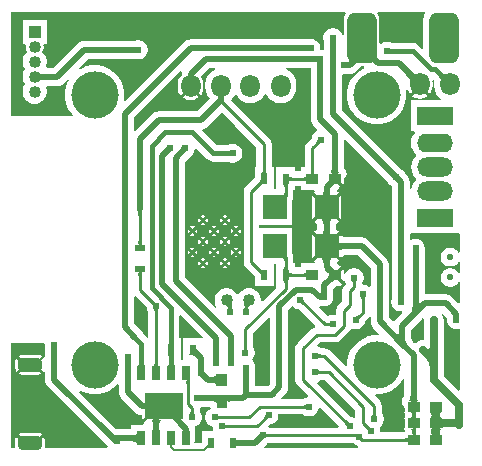
<source format=gbl>
G04*
G04 #@! TF.GenerationSoftware,Altium Limited,Altium Designer,21.0.8 (223)*
G04*
G04 Layer_Physical_Order=2*
G04 Layer_Color=16711680*
%FSLAX25Y25*%
%MOIN*%
G70*
G04*
G04 #@! TF.SameCoordinates,86129925-6DC0-4F64-9783-D3B182DB2879*
G04*
G04*
G04 #@! TF.FilePolarity,Positive*
G04*
G01*
G75*
%ADD13C,0.01000*%
%ADD17C,0.00700*%
%ADD48R,0.03543X0.02362*%
%ADD49R,0.03740X0.03937*%
%ADD50C,0.04000*%
%ADD52R,0.03937X0.03740*%
%ADD60R,0.02362X0.03543*%
%ADD64C,0.02000*%
%ADD65C,0.01500*%
%ADD66R,0.04000X0.04000*%
%ADD67O,0.06500X0.07500*%
%ADD68C,0.15748*%
%ADD69C,0.01181*%
%ADD70O,0.12000X0.06400*%
%ADD71O,0.12000X0.06200*%
%ADD72R,0.12000X0.06400*%
%ADD73C,0.02200*%
G04:AMPARAMS|DCode=74|XSize=78.74mil|YSize=47.24mil|CornerRadius=14.17mil|HoleSize=0mil|Usage=FLASHONLY|Rotation=0.000|XOffset=0mil|YOffset=0mil|HoleType=Round|Shape=RoundedRectangle|*
%AMROUNDEDRECTD74*
21,1,0.07874,0.01890,0,0,0.0*
21,1,0.05039,0.04724,0,0,0.0*
1,1,0.02835,0.02520,-0.00945*
1,1,0.02835,-0.02520,-0.00945*
1,1,0.02835,-0.02520,0.00945*
1,1,0.02835,0.02520,0.00945*
%
%ADD74ROUNDEDRECTD74*%
%ADD75C,0.02400*%
%ADD76R,0.07874X0.07874*%
%ADD77R,0.07874X0.07874*%
G04:AMPARAMS|DCode=78|XSize=98.43mil|YSize=169.29mil|CornerRadius=24.61mil|HoleSize=0mil|Usage=FLASHONLY|Rotation=180.000|XOffset=0mil|YOffset=0mil|HoleType=Round|Shape=RoundedRectangle|*
%AMROUNDEDRECTD78*
21,1,0.09843,0.12008,0,0,180.0*
21,1,0.04921,0.16929,0,0,180.0*
1,1,0.04921,-0.02461,0.06004*
1,1,0.04921,0.02461,0.06004*
1,1,0.04921,0.02461,-0.06004*
1,1,0.04921,-0.02461,-0.06004*
%
%ADD78ROUNDEDRECTD78*%
%ADD79R,0.02756X0.05118*%
%ADD80R,0.12598X0.09055*%
%ADD81C,0.02500*%
G36*
X170367Y193206D02*
X170017Y192749D01*
X169668Y191907D01*
X169549Y191004D01*
Y185835D01*
X169049Y185769D01*
X168924Y186235D01*
X168503Y186965D01*
X167907Y187561D01*
X167177Y187982D01*
X166363Y188200D01*
X165521D01*
X164707Y187982D01*
X163977Y187561D01*
X163382Y186965D01*
X162960Y186235D01*
X162742Y185421D01*
Y184579D01*
X162916Y183929D01*
Y181111D01*
X162501Y180833D01*
X162283Y180923D01*
X161758Y180992D01*
X161700Y181079D01*
Y181921D01*
X161482Y182735D01*
X161061Y183465D01*
X160465Y184061D01*
X159735Y184482D01*
X158921Y184700D01*
X158079D01*
X157429Y184526D01*
X118500D01*
X117717Y184423D01*
X116987Y184121D01*
X116360Y183640D01*
X96642Y163921D01*
X96201Y164157D01*
X96374Y165027D01*
Y166972D01*
X95995Y168880D01*
X95250Y170677D01*
X94170Y172294D01*
X92794Y173670D01*
X91177Y174750D01*
X89380Y175495D01*
X87472Y175874D01*
X85527D01*
X83620Y175495D01*
X81823Y174750D01*
X81563Y174576D01*
X81244Y174965D01*
X84253Y177974D01*
X99929D01*
X100579Y177800D01*
X101422D01*
X102236Y178018D01*
X102965Y178439D01*
X103561Y179035D01*
X103982Y179765D01*
X104200Y180579D01*
Y181421D01*
X103982Y182235D01*
X103561Y182965D01*
X102965Y183561D01*
X102236Y183982D01*
X101422Y184200D01*
X100579D01*
X99929Y184026D01*
X83000D01*
X82217Y183923D01*
X81487Y183621D01*
X80860Y183140D01*
X72747Y175026D01*
X70480D01*
X70246Y175526D01*
X70500Y176473D01*
Y177527D01*
X70227Y178544D01*
X69701Y179456D01*
X68956Y180201D01*
X68933Y180214D01*
X69296Y180842D01*
X69500Y181605D01*
Y182395D01*
X69444Y182603D01*
X69749Y183000D01*
X70500D01*
Y191000D01*
X62500D01*
Y183000D01*
X63251D01*
X63556Y182603D01*
X63500Y182395D01*
Y181605D01*
X63704Y180842D01*
X64067Y180214D01*
X64044Y180201D01*
X63299Y179456D01*
X62773Y178544D01*
X62500Y177527D01*
Y176473D01*
X62773Y175456D01*
X63299Y174544D01*
X63343Y174500D01*
X63299Y174456D01*
X62773Y173544D01*
X62500Y172527D01*
Y171473D01*
X62773Y170456D01*
X63299Y169544D01*
X63343Y169500D01*
X63299Y169456D01*
X62773Y168544D01*
X62500Y167527D01*
Y166473D01*
X62773Y165456D01*
X63299Y164544D01*
X64044Y163799D01*
X64956Y163273D01*
X65973Y163000D01*
X67027D01*
X68044Y163273D01*
X68956Y163799D01*
X69701Y164544D01*
X70227Y165456D01*
X70500Y166473D01*
Y167527D01*
X70246Y168474D01*
X70480Y168974D01*
X74000D01*
X74783Y169077D01*
X75513Y169379D01*
X76140Y169860D01*
X77535Y171256D01*
X77924Y170937D01*
X77750Y170677D01*
X77005Y168880D01*
X76626Y166972D01*
Y165027D01*
X77005Y163120D01*
X77750Y161323D01*
X78830Y159706D01*
X79280Y159256D01*
X79089Y158794D01*
X58794D01*
Y193706D01*
X170120D01*
X170367Y193206D01*
D02*
G37*
G36*
X196490Y193574D02*
X196623Y193206D01*
X196194Y192168D01*
X196040Y191004D01*
Y181536D01*
X195578Y181344D01*
X194461Y182461D01*
X193887Y182902D01*
X193218Y183179D01*
X192500Y183274D01*
X185769D01*
X185701Y183289D01*
X185565Y183292D01*
X185235Y183482D01*
X184421Y183700D01*
X183579D01*
X182765Y183482D01*
X182035Y183061D01*
X181913Y182939D01*
X181451Y183130D01*
Y191004D01*
X181332Y191907D01*
X180983Y192749D01*
X180633Y193206D01*
X180880Y193706D01*
X196425D01*
X196490Y193574D01*
D02*
G37*
G36*
X184881Y181323D02*
X184917Y181308D01*
X184966Y181294D01*
X185027Y181282D01*
X185101Y181272D01*
X185286Y181258D01*
X185657Y181250D01*
Y179750D01*
X185521Y179749D01*
X185027Y179718D01*
X184966Y179706D01*
X184917Y179692D01*
X184881Y179677D01*
X184857Y179660D01*
Y181340D01*
X184881Y181323D01*
D02*
G37*
G36*
X173423Y176548D02*
X173416Y176533D01*
X173384Y176494D01*
X173242Y176342D01*
X172207Y175293D01*
X170793Y176707D01*
X171345Y177234D01*
X173423Y176548D01*
D02*
G37*
G36*
X176439Y175005D02*
X175823Y174750D01*
X174206Y173670D01*
X172830Y172294D01*
X171750Y170677D01*
X171005Y168880D01*
X170626Y166972D01*
Y165027D01*
X171005Y163120D01*
X171750Y161323D01*
X172830Y159706D01*
X174206Y158330D01*
X175823Y157250D01*
X177620Y156505D01*
X179527Y156126D01*
X181473D01*
X183380Y156505D01*
X185177Y157250D01*
X186794Y158330D01*
X188170Y159706D01*
X189250Y161323D01*
X189995Y163120D01*
X190374Y165027D01*
Y166972D01*
X190286Y167417D01*
X190304Y167464D01*
X190727Y167762D01*
X190841Y167694D01*
X191188Y166857D01*
X191562Y166369D01*
X194546Y169353D01*
X194900Y169000D01*
X195254Y169353D01*
X198238Y166369D01*
X198612Y166857D01*
X199041Y167891D01*
X199187Y169000D01*
Y170000D01*
X199111Y170574D01*
X199508Y170879D01*
X199595Y170817D01*
X199782Y170589D01*
X199705Y170000D01*
Y169000D01*
X199885Y167630D01*
X200414Y166352D01*
X201256Y165256D01*
X201980Y164700D01*
X201810Y164200D01*
X192000D01*
Y153800D01*
X192957D01*
X193204Y153300D01*
X192645Y152572D01*
X192131Y151331D01*
X191956Y150000D01*
X192131Y148669D01*
X192645Y147428D01*
X193463Y146363D01*
X193577Y146275D01*
Y145775D01*
X193491Y145709D01*
X192658Y144622D01*
X192134Y143358D01*
X191955Y142000D01*
X192134Y140642D01*
X192658Y139378D01*
X193468Y138321D01*
X193545Y138172D01*
Y137828D01*
X193468Y137679D01*
X192658Y136622D01*
X192134Y135357D01*
X192026Y134537D01*
X191526Y134570D01*
Y137000D01*
X191423Y137783D01*
X191121Y138513D01*
X190640Y139140D01*
X189897Y139882D01*
X189561Y140465D01*
X188965Y141061D01*
X188382Y141397D01*
X168968Y160811D01*
Y172665D01*
X169344Y172995D01*
X169500Y172974D01*
X171500D01*
X172283Y173077D01*
X173013Y173380D01*
X173482Y173739D01*
X173649Y173851D01*
X173653Y173857D01*
X173659Y173861D01*
X174694Y174910D01*
X174703Y174924D01*
X174726Y174947D01*
X174737Y174954D01*
X174774Y174995D01*
X175285Y175505D01*
X176340D01*
X176439Y175005D01*
D02*
G37*
G36*
X202191Y173381D02*
X202419Y173184D01*
X202631Y173025D01*
X202827Y172903D01*
X203007Y172817D01*
X203172Y172769D01*
X203320Y172758D01*
X203452Y172784D01*
X203569Y172847D01*
X203670Y172947D01*
X201815Y170574D01*
X201890Y170699D01*
X201930Y170837D01*
X201935Y170990D01*
X201906Y171155D01*
X201842Y171335D01*
X201744Y171528D01*
X201611Y171734D01*
X201443Y171955D01*
X201240Y172189D01*
X201003Y172436D01*
X201947Y173614D01*
X202191Y173381D01*
D02*
G37*
G36*
X192036Y173792D02*
X192660Y173281D01*
X192936Y173103D01*
X193189Y172977D01*
X193417Y172903D01*
X193622Y172881D01*
X193803Y172911D01*
X193960Y172993D01*
X194094Y173127D01*
X191658Y169925D01*
X191755Y170095D01*
X191804Y170285D01*
X191804Y170495D01*
X191755Y170726D01*
X191658Y170977D01*
X191512Y171249D01*
X191318Y171542D01*
X191075Y171855D01*
X190784Y172188D01*
X190444Y172542D01*
X191689Y174125D01*
X192036Y173792D01*
D02*
G37*
G36*
X126890Y174474D02*
X125952Y174086D01*
X124856Y173244D01*
X124014Y172148D01*
X123485Y170870D01*
X123305Y169500D01*
Y168500D01*
X123485Y167130D01*
X124014Y165852D01*
X124856Y164756D01*
X124863Y164642D01*
X120747Y160526D01*
X107880D01*
X107880Y160526D01*
X107097Y160423D01*
X106367Y160120D01*
X105741Y159640D01*
X105740Y159640D01*
X99988Y153887D01*
X99526Y154078D01*
Y158247D01*
X115075Y173795D01*
X115548Y173562D01*
X115474Y173000D01*
Y172535D01*
X115469Y172531D01*
X114788Y171643D01*
X114359Y170609D01*
X114213Y169500D01*
Y168500D01*
X114359Y167391D01*
X114788Y166357D01*
X115162Y165869D01*
X118147Y168853D01*
X118500Y168500D01*
X118853Y168853D01*
X121838Y165869D01*
X122212Y166357D01*
X122641Y167391D01*
X122787Y168500D01*
Y169500D01*
X122641Y170609D01*
X122212Y171643D01*
X121870Y172090D01*
X124753Y174974D01*
X126790D01*
X126890Y174474D01*
D02*
G37*
G36*
X129716Y165462D02*
X129691Y165420D01*
X129670Y165352D01*
X129651Y165255D01*
X129636Y165132D01*
X129613Y164802D01*
X129600Y164100D01*
X127600D01*
X127599Y164361D01*
X127530Y165352D01*
X127509Y165420D01*
X127484Y165462D01*
X127457Y165475D01*
X129743D01*
X129716Y165462D01*
D02*
G37*
G36*
X158474Y158000D02*
X158577Y157217D01*
X158879Y156487D01*
X159360Y155860D01*
X160772Y154449D01*
X160617Y153897D01*
X160035Y153561D01*
X159439Y152965D01*
X159018Y152235D01*
X158800Y151421D01*
Y151405D01*
X157320Y149925D01*
X156768Y149098D01*
X156574Y148123D01*
Y141870D01*
X155154D01*
Y140549D01*
X153343D01*
Y141772D01*
X146981D01*
Y134437D01*
X146194D01*
Y141772D01*
X145562D01*
Y149587D01*
X145368Y150563D01*
X144815Y151390D01*
X136902Y159302D01*
X136902Y159302D01*
X132106Y164099D01*
X132139Y164598D01*
X132344Y164756D01*
X133186Y165852D01*
X133250Y166007D01*
X133750D01*
X133814Y165852D01*
X134656Y164756D01*
X135752Y163914D01*
X137030Y163385D01*
X138400Y163205D01*
X139770Y163385D01*
X141048Y163914D01*
X142144Y164756D01*
X142986Y165852D01*
X143200Y166369D01*
X143700D01*
X143914Y165852D01*
X144756Y164756D01*
X145852Y163914D01*
X147129Y163385D01*
X148500Y163205D01*
X149871Y163385D01*
X151148Y163914D01*
X152244Y164756D01*
X153086Y165852D01*
X153615Y167130D01*
X153795Y168500D01*
Y169500D01*
X153615Y170870D01*
X153086Y172148D01*
X152244Y173244D01*
X151148Y174086D01*
X150210Y174474D01*
X150310Y174974D01*
X158474D01*
Y158000D01*
D02*
G37*
G36*
X161988Y149800D02*
X161893Y149797D01*
X161799Y149784D01*
X161706Y149763D01*
X161613Y149733D01*
X161521Y149694D01*
X161430Y149646D01*
X161340Y149589D01*
X161250Y149524D01*
X161161Y149449D01*
X161073Y149366D01*
X160366Y150073D01*
X160449Y150161D01*
X160524Y150250D01*
X160589Y150340D01*
X160646Y150430D01*
X160694Y150521D01*
X160733Y150613D01*
X160763Y150706D01*
X160784Y150799D01*
X160797Y150893D01*
X160800Y150988D01*
X161988Y149800D01*
D02*
G37*
G36*
X131643Y145660D02*
X131619Y145677D01*
X131583Y145692D01*
X131534Y145706D01*
X131473Y145718D01*
X131399Y145728D01*
X131214Y145742D01*
X130843Y145750D01*
Y147250D01*
X130979Y147251D01*
X131473Y147282D01*
X131534Y147294D01*
X131583Y147308D01*
X131619Y147323D01*
X131643Y147340D01*
Y145660D01*
D02*
G37*
G36*
X133298Y155698D02*
X133298Y155698D01*
X140464Y148532D01*
Y141772D01*
X139831D01*
Y138489D01*
X139831Y138486D01*
X139831Y138474D01*
Y138424D01*
X136943Y135536D01*
X136390Y134709D01*
X136196Y133733D01*
Y110268D01*
X136390Y109293D01*
X136943Y108466D01*
X139831Y105577D01*
Y105528D01*
X139831Y105515D01*
X139831Y105512D01*
Y102229D01*
X146194D01*
Y109563D01*
X146981D01*
Y102229D01*
X146981D01*
X147124Y101729D01*
X142500Y97105D01*
X142000Y97312D01*
Y98027D01*
X141727Y99044D01*
X141201Y99956D01*
X140456Y100701D01*
X139544Y101227D01*
X138527Y101500D01*
X137473D01*
X136456Y101227D01*
X135544Y100701D01*
X134799Y99956D01*
X134539Y99505D01*
X133961D01*
X133701Y99956D01*
X132956Y100701D01*
X132044Y101227D01*
X131027Y101500D01*
X129973D01*
X128956Y101227D01*
X128044Y100701D01*
X127299Y99956D01*
X126773Y99044D01*
X126500Y98027D01*
Y96973D01*
X126773Y95956D01*
X127103Y95383D01*
X126703Y95076D01*
X116526Y105253D01*
Y143705D01*
X118167Y145346D01*
X118749Y145682D01*
X119345Y146278D01*
X119767Y147008D01*
X119985Y147822D01*
Y147939D01*
X120447Y148131D01*
X124039Y144539D01*
X124613Y144098D01*
X125282Y143821D01*
X126000Y143726D01*
X130731D01*
X130799Y143711D01*
X130935Y143708D01*
X131265Y143518D01*
X132079Y143300D01*
X132921D01*
X133735Y143518D01*
X134465Y143939D01*
X135061Y144535D01*
X135482Y145265D01*
X135700Y146079D01*
Y146921D01*
X135482Y147735D01*
X135061Y148465D01*
X134465Y149061D01*
X133735Y149482D01*
X132921Y149700D01*
X132079D01*
X131265Y149482D01*
X130935Y149291D01*
X130908Y149290D01*
X130830Y149289D01*
X130755Y149274D01*
X127149D01*
X122400Y154023D01*
X122579Y154550D01*
X122783Y154577D01*
X123513Y154879D01*
X124140Y155360D01*
X128887Y160108D01*
X133298Y155698D01*
D02*
G37*
G36*
X167532Y141478D02*
X167561Y141138D01*
X167609Y140838D01*
X167676Y140578D01*
X167762Y140358D01*
X167867Y140178D01*
X167991Y140038D01*
X168135Y139938D01*
X168298Y139878D01*
X168479Y139858D01*
X164566D01*
X164748Y139878D01*
X164911Y139938D01*
X165054Y140038D01*
X165179Y140178D01*
X165284Y140358D01*
X165370Y140578D01*
X165437Y140838D01*
X165485Y141138D01*
X165513Y141478D01*
X165523Y141858D01*
X167523D01*
X167532Y141478D01*
D02*
G37*
G36*
X159628Y140666D02*
X159643Y140494D01*
X159668Y140342D01*
X159703Y140210D01*
X159748Y140099D01*
X159803Y140008D01*
X159868Y139937D01*
X159943Y139887D01*
X160028Y139856D01*
X160123Y139846D01*
X158123D01*
X158218Y139856D01*
X158303Y139887D01*
X158378Y139937D01*
X158443Y140008D01*
X158498Y140099D01*
X158543Y140210D01*
X158578Y140342D01*
X158603Y140494D01*
X158618Y140666D01*
X158623Y140858D01*
X159623D01*
X159628Y140666D01*
D02*
G37*
G36*
X143518Y140570D02*
X143533Y140400D01*
X143558Y140250D01*
X143593Y140120D01*
X143638Y140010D01*
X143693Y139920D01*
X143758Y139850D01*
X143833Y139800D01*
X143918Y139770D01*
X144013Y139760D01*
X142013D01*
X142108Y139770D01*
X142193Y139800D01*
X142268Y139850D01*
X142333Y139920D01*
X142388Y140010D01*
X142433Y140120D01*
X142468Y140250D01*
X142493Y140400D01*
X142508Y140570D01*
X142513Y140760D01*
X143513D01*
X143518Y140570D01*
D02*
G37*
G36*
X157166Y137000D02*
X157156Y137095D01*
X157126Y137180D01*
X157076Y137255D01*
X157006Y137320D01*
X156916Y137375D01*
X156806Y137420D01*
X156676Y137455D01*
X156526Y137480D01*
X156356Y137495D01*
X156166Y137500D01*
Y138500D01*
X156356Y138505D01*
X156526Y138520D01*
X156676Y138545D01*
X156806Y138580D01*
X156916Y138625D01*
X157006Y138680D01*
X157076Y138745D01*
X157126Y138820D01*
X157156Y138905D01*
X157166Y139000D01*
Y137000D01*
D02*
G37*
G36*
X151329Y138905D02*
X151359Y138820D01*
X151410Y138745D01*
X151481Y138680D01*
X151572Y138625D01*
X151683Y138580D01*
X151815Y138545D01*
X151967Y138520D01*
X152139Y138505D01*
X152331Y138500D01*
Y137500D01*
X152139Y137495D01*
X151967Y137480D01*
X151815Y137455D01*
X151683Y137420D01*
X151572Y137375D01*
X151481Y137320D01*
X151410Y137255D01*
X151359Y137180D01*
X151329Y137095D01*
X151319Y137000D01*
Y139000D01*
X151329Y138905D01*
D02*
G37*
G36*
X142667Y136253D02*
X142617Y136335D01*
X142546Y136382D01*
X142455Y136396D01*
X142344Y136375D01*
X142213Y136320D01*
X142061Y136231D01*
X141890Y136108D01*
X141698Y135951D01*
X141253Y135534D01*
X141136Y136831D01*
X141309Y137011D01*
X141588Y137345D01*
X141693Y137499D01*
X141776Y137645D01*
X141837Y137782D01*
X141875Y137911D01*
X141891Y138031D01*
X141885Y138143D01*
X141856Y138246D01*
X142667Y136253D01*
D02*
G37*
G36*
X166349Y136154D02*
X166307Y136161D01*
X166238Y136136D01*
X166140Y136076D01*
X166014Y135984D01*
X165677Y135699D01*
X164960Y135020D01*
X164665Y134728D01*
X163152Y136044D01*
X163448Y136342D01*
X164565Y137621D01*
X164589Y137689D01*
X164578Y137727D01*
X166349Y136154D01*
D02*
G37*
G36*
X184103Y137118D02*
X184439Y136535D01*
X185035Y135939D01*
X185474Y135686D01*
Y98071D01*
X185300Y97421D01*
Y96579D01*
X185518Y95765D01*
X185939Y95035D01*
X186535Y94439D01*
X187265Y94018D01*
X188079Y93800D01*
X188814D01*
X188987Y93531D01*
X189039Y93318D01*
X186860Y91140D01*
X186420Y90566D01*
X186301Y90504D01*
X185829Y90450D01*
X184526Y91753D01*
Y109500D01*
X184423Y110283D01*
X184121Y111013D01*
X183640Y111640D01*
X177640Y117640D01*
X177013Y118121D01*
X176283Y118423D01*
X175500Y118526D01*
X169857D01*
X169801Y118538D01*
X169481Y118547D01*
X169466Y118548D01*
X169340Y118699D01*
X169178Y118942D01*
X169087Y119002D01*
X169018Y119086D01*
X168760Y119221D01*
Y119730D01*
X164530Y115500D01*
X168760Y111270D01*
Y111779D01*
X169018Y111914D01*
X169087Y111998D01*
X169178Y112058D01*
X169340Y112301D01*
X169466Y112452D01*
X169481Y112453D01*
X169801Y112461D01*
X169857Y112474D01*
X174247D01*
X178474Y108247D01*
Y102205D01*
X178012Y102013D01*
X177965Y102061D01*
X177235Y102482D01*
X176421Y102700D01*
X175922D01*
X175854Y102763D01*
X175656Y103200D01*
X175982Y103765D01*
X176200Y104579D01*
Y105421D01*
X175982Y106235D01*
X175561Y106965D01*
X174965Y107561D01*
X174235Y107982D01*
X173421Y108200D01*
X172579D01*
X171765Y107982D01*
X171035Y107561D01*
X170439Y106965D01*
X170018Y106235D01*
X169512Y106279D01*
X169491Y106436D01*
Y108163D01*
X167328Y106000D01*
X169495Y103833D01*
X169992Y103864D01*
X170018Y103765D01*
X170436Y103041D01*
X169698Y102302D01*
X169145Y101476D01*
X168951Y100500D01*
Y97056D01*
X167698Y95802D01*
X167145Y94976D01*
X166951Y94000D01*
Y92969D01*
X166554Y92664D01*
X166421Y92700D01*
X165579D01*
X164765Y92482D01*
X164168Y92137D01*
X161279Y95026D01*
X161449Y95371D01*
X161538Y95474D01*
X163000D01*
X163783Y95577D01*
X164513Y95880D01*
X165140Y96360D01*
X165621Y96987D01*
X165923Y97717D01*
X166026Y98500D01*
Y101217D01*
X166052Y101233D01*
X166784Y101913D01*
X167024Y102105D01*
X167097Y102156D01*
X167326Y102155D01*
X167564Y102116D01*
X167720Y102153D01*
X167879Y102152D01*
X168103Y102243D01*
X168339Y102298D01*
X168468Y102392D01*
X168616Y102452D01*
X168788Y102622D01*
X168985Y102763D01*
X169048Y102866D01*
X166268Y105647D01*
X166621Y106000D01*
X166268Y106354D01*
X168784Y108870D01*
X168094D01*
X168062Y108952D01*
X167952Y109065D01*
X167873Y109201D01*
X167678Y109348D01*
X167508Y109524D01*
X167368Y109584D01*
X167350Y109600D01*
X167266Y110137D01*
X167355Y110260D01*
X167409Y110305D01*
X167544Y110563D01*
X168053D01*
X163823Y114793D01*
X159593Y110563D01*
X159759D01*
X159904Y110370D01*
X159655Y109870D01*
X155154D01*
Y108549D01*
X153343D01*
Y109772D01*
X152711D01*
Y111838D01*
X152517Y112814D01*
X152437Y112933D01*
Y121437D01*
X141295D01*
Y122563D01*
X152437D01*
Y131067D01*
X152517Y131186D01*
X152711Y132162D01*
Y134228D01*
X153343D01*
Y135451D01*
X155154D01*
Y134130D01*
X159619D01*
X159883Y133630D01*
X159750Y133437D01*
X159593D01*
X163823Y129207D01*
X168053Y133437D01*
X167552D01*
X167544Y133449D01*
X167408Y133708D01*
X167333Y133770D01*
X167324Y133779D01*
X167293Y133825D01*
X167279Y133951D01*
X167355Y134408D01*
X167364Y134414D01*
X167508Y134476D01*
X167678Y134652D01*
X167873Y134799D01*
X167952Y134935D01*
X168062Y135048D01*
X168094Y135130D01*
X168784D01*
X166268Y137646D01*
X166975Y138354D01*
X169491Y135837D01*
Y137564D01*
X169549Y138000D01*
X169549Y138000D01*
Y138160D01*
X169755Y138267D01*
X169827Y138354D01*
X169921Y138416D01*
X170081Y138656D01*
X170267Y138876D01*
X170301Y138984D01*
X170363Y139078D01*
X170420Y139360D01*
X170506Y139635D01*
X170496Y139748D01*
X170519Y139858D01*
X170462Y140141D01*
X170437Y140428D01*
X170385Y140528D01*
X170363Y140638D01*
X170203Y140878D01*
X170070Y141134D01*
X169984Y141206D01*
X169921Y141300D01*
X169682Y141460D01*
X169573Y141552D01*
X169569Y141590D01*
X169561Y141909D01*
X169549Y141966D01*
Y151019D01*
X170011Y151210D01*
X184103Y137118D01*
D02*
G37*
G36*
X151067Y136242D02*
X150982Y136212D01*
X150907Y136161D01*
X150842Y136090D01*
X150787Y135999D01*
X150742Y135888D01*
X150707Y135757D01*
X150682Y135605D01*
X150667Y135433D01*
X150662Y135240D01*
X149662D01*
X149657Y135433D01*
X149642Y135605D01*
X149617Y135757D01*
X149582Y135888D01*
X149537Y135999D01*
X149482Y136090D01*
X149417Y136161D01*
X149342Y136212D01*
X149257Y136242D01*
X149162Y136252D01*
X151162D01*
X151067Y136242D01*
D02*
G37*
G36*
X164833Y134045D02*
X164863Y133705D01*
X164913Y133405D01*
X164983Y133145D01*
X165073Y132925D01*
X165183Y132745D01*
X165313Y132605D01*
X165463Y132505D01*
X165633Y132445D01*
X165823Y132425D01*
X161823D01*
X162013Y132445D01*
X162183Y132505D01*
X162333Y132605D01*
X162463Y132745D01*
X162573Y132925D01*
X162663Y133145D01*
X162733Y133405D01*
X162783Y133705D01*
X162813Y134045D01*
X162823Y134425D01*
X164823D01*
X164833Y134045D01*
D02*
G37*
G36*
X150425Y132425D02*
X149162Y132413D01*
X149257Y132424D01*
X149342Y132455D01*
X149417Y132506D01*
X149482Y132577D01*
X149537Y132668D01*
X149582Y132780D01*
X149617Y132911D01*
X149642Y133062D01*
X149657Y133234D01*
X149662Y133425D01*
X150662D01*
X150425Y132425D01*
D02*
G37*
G36*
X102168Y127734D02*
X102134Y127643D01*
X102340D01*
X102275Y127574D01*
X102218Y127498D01*
X102167Y127417D01*
X102122Y127330D01*
X102085Y127238D01*
X102055Y127141D01*
X102033Y126916D01*
X102002Y126007D01*
X102000Y125634D01*
X101000D01*
X100998Y126007D01*
X100917Y127232D01*
X100915Y127238D01*
X100878Y127330D01*
X100833Y127417D01*
X100782Y127498D01*
X100725Y127574D01*
X100660Y127643D01*
X100866D01*
X100832Y127734D01*
X100792Y127793D01*
X102208D01*
X102168Y127734D01*
D02*
G37*
G36*
X102005Y116977D02*
X102020Y116805D01*
X102045Y116653D01*
X102080Y116521D01*
X102125Y116410D01*
X102180Y116319D01*
X102245Y116248D01*
X102320Y116198D01*
X102405Y116167D01*
X102500Y116157D01*
X100500D01*
X100595Y116167D01*
X100680Y116198D01*
X100755Y116248D01*
X100820Y116319D01*
X100875Y116410D01*
X100920Y116521D01*
X100955Y116653D01*
X100980Y116805D01*
X100995Y116977D01*
X101000Y117169D01*
X102000D01*
X102005Y116977D01*
D02*
G37*
G36*
X167756Y117310D02*
X167816Y117140D01*
X167917Y116990D01*
X168058Y116860D01*
X168239Y116750D01*
X168460Y116660D01*
X168722Y116590D01*
X169024Y116540D01*
X169366Y116510D01*
X169748Y116500D01*
Y114500D01*
X169366Y114490D01*
X169024Y114460D01*
X168722Y114410D01*
X168460Y114340D01*
X168239Y114250D01*
X168058Y114140D01*
X167917Y114010D01*
X167816Y113860D01*
X167756Y113690D01*
X167736Y113500D01*
Y117500D01*
X167756Y117310D01*
D02*
G37*
G36*
X208000Y119800D02*
X208206Y119385D01*
Y113547D01*
X207706Y113413D01*
X207481Y113803D01*
X206903Y114381D01*
X206197Y114789D01*
X205408Y115000D01*
X204592D01*
X203803Y114789D01*
X203097Y114381D01*
X202519Y113803D01*
X202111Y113097D01*
X201900Y112308D01*
Y111492D01*
X202111Y110703D01*
X202519Y109997D01*
X203097Y109419D01*
X203803Y109011D01*
X204592Y108800D01*
X205408D01*
X206197Y109011D01*
X206903Y109419D01*
X207481Y109997D01*
X207706Y110387D01*
X208206Y110253D01*
Y106747D01*
X207706Y106613D01*
X207481Y107003D01*
X206903Y107581D01*
X206197Y107989D01*
X205408Y108200D01*
X204592D01*
X203803Y107989D01*
X203097Y107581D01*
X202519Y107003D01*
X202111Y106297D01*
X201900Y105508D01*
Y104692D01*
X202111Y103903D01*
X202519Y103197D01*
X203097Y102619D01*
X203803Y102211D01*
X204592Y102000D01*
X205408D01*
X206197Y102211D01*
X206903Y102619D01*
X207481Y103197D01*
X207706Y103587D01*
X208206Y103453D01*
Y96727D01*
X207744Y96535D01*
X205640Y98640D01*
X205013Y99120D01*
X204283Y99423D01*
X203500Y99526D01*
X196526D01*
Y115000D01*
X196423Y115783D01*
X196121Y116513D01*
X195640Y117140D01*
X195013Y117621D01*
X194283Y117923D01*
X193500Y118026D01*
X192717Y117923D01*
X192026Y117637D01*
X191662Y117765D01*
X191526Y117832D01*
Y119738D01*
X192000Y119800D01*
Y119800D01*
X208000D01*
D02*
G37*
G36*
X150425Y111575D02*
X150470Y111565D01*
X150510Y111535D01*
X150546Y111485D01*
X150576Y111415D01*
X150603Y111325D01*
X150624Y111215D01*
X150640Y111085D01*
X150659Y110765D01*
X150662Y110575D01*
X149662D01*
X149657Y110766D01*
X149642Y110938D01*
X149617Y111089D01*
X149582Y111220D01*
X149537Y111332D01*
X149482Y111423D01*
X149417Y111494D01*
X149342Y111545D01*
X149257Y111576D01*
X149162Y111587D01*
X150425Y111575D01*
D02*
G37*
G36*
X165633Y111567D02*
X165463Y111506D01*
X165313Y111406D01*
X165183Y111265D01*
X165073Y111084D01*
X164983Y110863D01*
X164913Y110601D01*
X164863Y110299D01*
X164833Y109957D01*
X164823Y109575D01*
X162823D01*
X162813Y109957D01*
X162783Y110299D01*
X162733Y110601D01*
X162663Y110863D01*
X162573Y111084D01*
X162463Y111265D01*
X162333Y111406D01*
X162183Y111506D01*
X162013Y111567D01*
X161823Y111587D01*
X165823D01*
X165633Y111567D01*
D02*
G37*
G36*
X150667Y108570D02*
X150682Y108400D01*
X150707Y108250D01*
X150742Y108120D01*
X150787Y108010D01*
X150842Y107920D01*
X150907Y107850D01*
X150982Y107800D01*
X151067Y107770D01*
X151162Y107760D01*
X149162D01*
X149257Y107770D01*
X149342Y107800D01*
X149417Y107850D01*
X149482Y107920D01*
X149537Y108010D01*
X149582Y108120D01*
X149617Y108250D01*
X149642Y108400D01*
X149657Y108570D01*
X149662Y108760D01*
X150662D01*
X150667Y108570D01*
D02*
G37*
G36*
X141485Y108242D02*
X141890Y107894D01*
X142061Y107770D01*
X142213Y107681D01*
X142344Y107626D01*
X142455Y107606D01*
X142546Y107619D01*
X142617Y107667D01*
X142667Y107749D01*
X141856Y105756D01*
X141885Y105859D01*
X141891Y105970D01*
X141875Y106090D01*
X141837Y106219D01*
X141776Y106356D01*
X141693Y106502D01*
X141588Y106656D01*
X141460Y106819D01*
X141309Y106990D01*
X141136Y107170D01*
X141253Y108468D01*
X141485Y108242D01*
D02*
G37*
G36*
X102404Y106684D02*
X102320Y106653D01*
X102244Y106603D01*
X102180Y106532D01*
X102125Y106441D01*
X102079Y106329D01*
X102044Y106198D01*
X102020Y106046D01*
X102005Y105874D01*
X101999Y105682D01*
X100999D01*
X100995Y105874D01*
X100979Y106046D01*
X100954Y106198D01*
X100919Y106329D01*
X100874Y106441D01*
X100820Y106532D01*
X100754Y106603D01*
X100680Y106653D01*
X100594Y106684D01*
X100499Y106694D01*
X102499D01*
X102404Y106684D01*
D02*
G37*
G36*
X157166Y105000D02*
X157156Y105096D01*
X157126Y105181D01*
X157076Y105255D01*
X157006Y105321D01*
X156916Y105376D01*
X156806Y105420D01*
X156676Y105456D01*
X156526Y105481D01*
X156356Y105496D01*
X156166Y105500D01*
Y106500D01*
X156356Y106506D01*
X156526Y106520D01*
X156676Y106545D01*
X156806Y106580D01*
X156916Y106625D01*
X157006Y106681D01*
X157076Y106746D01*
X157126Y106820D01*
X157156Y106905D01*
X157166Y107001D01*
Y105000D01*
D02*
G37*
G36*
X151329Y106905D02*
X151359Y106820D01*
X151410Y106746D01*
X151481Y106681D01*
X151572Y106625D01*
X151683Y106580D01*
X151815Y106545D01*
X151967Y106520D01*
X152139Y106506D01*
X152331Y106500D01*
Y105500D01*
X152139Y105496D01*
X151967Y105481D01*
X151815Y105456D01*
X151683Y105420D01*
X151572Y105376D01*
X151481Y105321D01*
X151410Y105255D01*
X151359Y105181D01*
X151329Y105096D01*
X151319Y105000D01*
Y107001D01*
X151329Y106905D01*
D02*
G37*
G36*
X164960Y108979D02*
X166238Y107864D01*
X166307Y107838D01*
X166349Y107846D01*
X164907Y106565D01*
X167493Y104154D01*
X167334Y104262D01*
X167148Y104313D01*
X166934Y104310D01*
X166692Y104251D01*
X166423Y104136D01*
X166127Y103965D01*
X165803Y103739D01*
X165451Y103458D01*
X164665Y102728D01*
X163152Y104043D01*
X163554Y104459D01*
X164184Y105202D01*
X164413Y105529D01*
X164585Y105826D01*
X164698Y106095D01*
X164755Y106333D01*
X164754Y106429D01*
X164578Y106273D01*
X164589Y106311D01*
X164565Y106379D01*
X164507Y106475D01*
X164416Y106600D01*
X164130Y106937D01*
X163448Y107658D01*
X163152Y107957D01*
X164665Y109272D01*
X164960Y108979D01*
D02*
G37*
G36*
X151067Y104243D02*
X150982Y104212D01*
X150907Y104162D01*
X150842Y104091D01*
X150787Y104000D01*
X150742Y103888D01*
X150707Y103757D01*
X150682Y103605D01*
X150667Y103433D01*
X150662Y103241D01*
X149662D01*
X149657Y103433D01*
X149642Y103605D01*
X149617Y103757D01*
X149582Y103888D01*
X149537Y104000D01*
X149482Y104091D01*
X149417Y104162D01*
X149342Y104212D01*
X149257Y104243D01*
X149162Y104253D01*
X151162D01*
X151067Y104243D01*
D02*
G37*
G36*
X173775Y104074D02*
X173718Y103998D01*
X173667Y103917D01*
X173622Y103830D01*
X173585Y103738D01*
X173554Y103640D01*
X173531Y103536D01*
X173514Y103426D01*
X173503Y103310D01*
X173500Y103189D01*
X172500D01*
X172497Y103310D01*
X172486Y103426D01*
X172469Y103536D01*
X172446Y103640D01*
X172415Y103738D01*
X172378Y103830D01*
X172333Y103917D01*
X172282Y103998D01*
X172225Y104074D01*
X172160Y104143D01*
X173840D01*
X173775Y104074D01*
D02*
G37*
G36*
X176775Y98573D02*
X176718Y98498D01*
X176667Y98417D01*
X176622Y98330D01*
X176585Y98238D01*
X176554Y98140D01*
X176531Y98036D01*
X176514Y97926D01*
X176503Y97810D01*
X176500Y97689D01*
X175500D01*
X175497Y97810D01*
X175486Y97926D01*
X175469Y98036D01*
X175446Y98140D01*
X175415Y98238D01*
X175378Y98330D01*
X175333Y98417D01*
X175282Y98498D01*
X175225Y98573D01*
X175160Y98643D01*
X176840D01*
X176775Y98573D01*
D02*
G37*
G36*
X156203Y97593D02*
X156216Y97499D01*
X156237Y97406D01*
X156267Y97313D01*
X156306Y97221D01*
X156354Y97130D01*
X156411Y97040D01*
X156476Y96950D01*
X156551Y96861D01*
X156634Y96773D01*
X155927Y96066D01*
X155839Y96149D01*
X155750Y96224D01*
X155660Y96289D01*
X155570Y96346D01*
X155479Y96394D01*
X155387Y96433D01*
X155294Y96463D01*
X155201Y96484D01*
X155107Y96497D01*
X155012Y96500D01*
X156200Y97688D01*
X156203Y97593D01*
D02*
G37*
G36*
X138000Y95500D02*
X137905Y95491D01*
X137820Y95463D01*
X137745Y95416D01*
X137680Y95350D01*
X137625Y95266D01*
X137580Y95163D01*
X137545Y95041D01*
X137531Y94963D01*
X137554Y94860D01*
X137585Y94762D01*
X137622Y94670D01*
X137667Y94583D01*
X137718Y94502D01*
X137775Y94427D01*
X137840Y94357D01*
X136160D01*
X136225Y94427D01*
X136282Y94502D01*
X136333Y94583D01*
X136378Y94670D01*
X136415Y94762D01*
X136446Y94860D01*
X136469Y94964D01*
X136486Y95074D01*
X136497Y95190D01*
X136499Y95269D01*
X136498Y95356D01*
X136463Y95831D01*
X136442Y95968D01*
X136386Y96212D01*
X136352Y96319D01*
X136312Y96414D01*
X136268Y96500D01*
X138000Y95500D01*
D02*
G37*
G36*
X132188Y96414D02*
X132149Y96319D01*
X132114Y96212D01*
X132083Y96095D01*
X132058Y95968D01*
X132021Y95683D01*
X132009Y95525D01*
X132002Y95246D01*
X132003Y95190D01*
X132014Y95074D01*
X132031Y94964D01*
X132054Y94860D01*
X132085Y94762D01*
X132122Y94670D01*
X132167Y94583D01*
X132218Y94502D01*
X132275Y94427D01*
X132340Y94357D01*
X130660D01*
X130725Y94427D01*
X130782Y94502D01*
X130833Y94583D01*
X130878Y94670D01*
X130915Y94762D01*
X130946Y94860D01*
X130969Y94963D01*
X130955Y95041D01*
X130920Y95163D01*
X130875Y95266D01*
X130820Y95350D01*
X130755Y95416D01*
X130680Y95463D01*
X130595Y95491D01*
X130500Y95500D01*
X132232Y96500D01*
X132188Y96414D01*
D02*
G37*
G36*
X107775Y94573D02*
X107718Y94498D01*
X107667Y94417D01*
X107622Y94330D01*
X107585Y94238D01*
X107554Y94140D01*
X107531Y94036D01*
X107514Y93926D01*
X107503Y93810D01*
X107500Y93689D01*
X106500D01*
X106497Y93810D01*
X106486Y93926D01*
X106469Y94036D01*
X106446Y94140D01*
X106415Y94238D01*
X106378Y94330D01*
X106333Y94417D01*
X106282Y94498D01*
X106225Y94573D01*
X106160Y94643D01*
X107840D01*
X107775Y94573D01*
D02*
G37*
G36*
X194513Y97547D02*
X194552Y97246D01*
X194616Y97011D01*
X194707Y96841D01*
X194823Y96737D01*
X194965Y96700D01*
X195133Y96728D01*
X195327Y96822D01*
X195547Y96982D01*
X195793Y97207D01*
X195621Y94207D01*
X194207Y92793D01*
X191086Y92500D01*
X191355Y92789D01*
X191595Y93089D01*
X191807Y93401D01*
X191991Y93725D01*
X192147Y94061D01*
X192274Y94408D01*
X192373Y94767D01*
X192443Y95138D01*
X192486Y95520D01*
X192500Y95914D01*
X194500Y97914D01*
X194513Y97547D01*
D02*
G37*
G36*
X175134Y91927D02*
X175051Y91839D01*
X174976Y91750D01*
X174911Y91660D01*
X174854Y91570D01*
X174806Y91479D01*
X174767Y91387D01*
X174737Y91294D01*
X174716Y91201D01*
X174703Y91107D01*
X174700Y91012D01*
X173512Y92200D01*
X173607Y92203D01*
X173701Y92216D01*
X173794Y92237D01*
X173887Y92267D01*
X173979Y92306D01*
X174070Y92354D01*
X174160Y92411D01*
X174250Y92476D01*
X174339Y92551D01*
X174427Y92634D01*
X175134Y91927D01*
D02*
G37*
G36*
X165143Y88660D02*
X165074Y88725D01*
X164998Y88782D01*
X164917Y88833D01*
X164830Y88878D01*
X164738Y88915D01*
X164640Y88946D01*
X164536Y88969D01*
X164426Y88986D01*
X164310Y88997D01*
X164189Y89000D01*
Y90000D01*
X164310Y90003D01*
X164426Y90014D01*
X164536Y90031D01*
X164640Y90054D01*
X164738Y90085D01*
X164830Y90122D01*
X164917Y90167D01*
X164998Y90218D01*
X165074Y90275D01*
X165143Y90340D01*
Y88660D01*
D02*
G37*
G36*
X178474Y91803D02*
Y90500D01*
X178577Y89717D01*
X178879Y88987D01*
X179360Y88360D01*
X181347Y86374D01*
X181140Y85874D01*
X179527D01*
X177620Y85495D01*
X175823Y84750D01*
X174206Y83670D01*
X172830Y82294D01*
X171750Y80677D01*
X171005Y78880D01*
X170626Y76973D01*
Y75686D01*
X170126Y75479D01*
X164802Y80802D01*
X163976Y81355D01*
X163000Y81549D01*
X161972D01*
X161960Y81561D01*
X161231Y81982D01*
X160886Y82074D01*
X160737Y82632D01*
X161556Y83451D01*
X166500D01*
X167475Y83645D01*
X168302Y84198D01*
X171302Y87198D01*
X171855Y88024D01*
X172359Y87993D01*
X173079Y87800D01*
X173921D01*
X174735Y88018D01*
X175465Y88439D01*
X176061Y89035D01*
X176482Y89765D01*
X176700Y90579D01*
Y90595D01*
X177802Y91698D01*
X177974Y91955D01*
X178474Y91803D01*
D02*
G37*
G36*
X190000Y85414D02*
X190014Y85020D01*
X190057Y84638D01*
X190127Y84267D01*
X190226Y83908D01*
X190354Y83561D01*
X190509Y83225D01*
X190693Y82901D01*
X190905Y82589D01*
X191146Y82289D01*
X191414Y82000D01*
X188293Y82293D01*
X186879Y83707D01*
X186586Y86828D01*
X186855Y86580D01*
X187095Y86399D01*
X187307Y86287D01*
X187491Y86243D01*
X187646Y86268D01*
X187774Y86361D01*
X187873Y86522D01*
X187943Y86751D01*
X187986Y87048D01*
X188000Y87414D01*
X190000Y85414D01*
D02*
G37*
G36*
X103800Y95095D02*
Y95079D01*
X104018Y94265D01*
X104439Y93535D01*
X104451Y93524D01*
Y85213D01*
X103992Y85041D01*
X103951Y85040D01*
X102866Y86125D01*
X102717Y86485D01*
X102236Y87112D01*
X99526Y89822D01*
Y98662D01*
X100026Y98869D01*
X103800Y95095D01*
D02*
G37*
G36*
X196255Y91250D02*
X196222Y91000D01*
X196254Y90761D01*
Y84500D01*
X196000Y84278D01*
X195152Y84166D01*
X194361Y83839D01*
X193682Y83318D01*
X193600Y83211D01*
X193101Y83178D01*
X192992Y83288D01*
X192984Y83301D01*
X192952Y83328D01*
X192934Y83345D01*
X192907Y83389D01*
X192690Y83622D01*
X192547Y83801D01*
X192426Y83979D01*
X192324Y84159D01*
X192239Y84342D01*
X192170Y84531D01*
X192115Y84730D01*
X192075Y84942D01*
X192049Y85169D01*
X192038Y85487D01*
X192026Y85538D01*
Y87747D01*
X195592Y91313D01*
X195649Y91351D01*
X195781Y91483D01*
X196255Y91250D01*
D02*
G37*
G36*
X112754Y83975D02*
X112788Y83495D01*
X112817Y83300D01*
X112855Y83135D01*
X112901Y83000D01*
X112955Y82895D01*
X113018Y82820D01*
X113090Y82775D01*
X113169Y82760D01*
X110831D01*
X110910Y82775D01*
X110982Y82820D01*
X111045Y82895D01*
X111099Y83000D01*
X111145Y83135D01*
X111183Y83300D01*
X111212Y83495D01*
X111233Y83720D01*
X111250Y84260D01*
X112750D01*
X112754Y83975D01*
D02*
G37*
G36*
X200781Y77469D02*
X198282Y74451D01*
X198264Y74943D01*
X198211Y75421D01*
X198122Y75885D01*
X197999Y76334D01*
X197840Y76768D01*
X197645Y77187D01*
X197415Y77592D01*
X197150Y77982D01*
X196850Y78358D01*
X196514Y78719D01*
X196884Y81884D01*
X197149Y81643D01*
X197387Y81481D01*
X197597Y81396D01*
X197778Y81389D01*
X197932Y81461D01*
X198058Y81610D01*
X198156Y81837D01*
X198226Y82142D01*
X198267Y82525D01*
X198282Y82986D01*
X200781Y77469D01*
D02*
G37*
G36*
X137295Y81690D02*
X137305Y81574D01*
X137322Y81464D01*
X137346Y81360D01*
X137376Y81262D01*
X137414Y81170D01*
X137458Y81083D01*
X137509Y81002D01*
X137567Y80927D01*
X137631Y80857D01*
X135951D01*
X136016Y80927D01*
X136074Y81002D01*
X136125Y81083D01*
X136169Y81170D01*
X136206Y81262D01*
X136237Y81360D01*
X136261Y81464D01*
X136278Y81574D01*
X136288Y81690D01*
X136291Y81811D01*
X137291D01*
X137295Y81690D01*
D02*
G37*
G36*
X160922Y79775D02*
X160997Y79718D01*
X161078Y79667D01*
X161165Y79622D01*
X161258Y79585D01*
X161356Y79554D01*
X161460Y79531D01*
X161570Y79514D01*
X161685Y79503D01*
X161806Y79500D01*
Y78500D01*
X161685Y78497D01*
X161570Y78486D01*
X161460Y78469D01*
X161356Y78446D01*
X161258Y78415D01*
X161165Y78378D01*
X161078Y78333D01*
X160997Y78282D01*
X160922Y78225D01*
X160853Y78160D01*
Y79840D01*
X160922Y79775D01*
D02*
G37*
G36*
X120221Y82478D02*
X120186Y82274D01*
X120202Y82048D01*
X120268Y81799D01*
X120386Y81528D01*
X120554Y81234D01*
X120772Y80917D01*
X121042Y80577D01*
X121362Y80215D01*
X121732Y79830D01*
X120909Y77826D01*
X120471Y78249D01*
X119699Y78909D01*
X119365Y79146D01*
X119064Y79319D01*
X118799Y79431D01*
X118568Y79480D01*
X118371Y79466D01*
X118208Y79390D01*
X118080Y79252D01*
X120306Y82659D01*
X120221Y82478D01*
D02*
G37*
G36*
X113090Y79225D02*
X113018Y79180D01*
X112955Y79105D01*
X112901Y79000D01*
X112855Y78865D01*
X112817Y78700D01*
X112788Y78505D01*
X112767Y78280D01*
X112750Y77740D01*
X111250D01*
X111246Y78025D01*
X111212Y78505D01*
X111183Y78700D01*
X111145Y78865D01*
X111099Y79000D01*
X111045Y79105D01*
X110982Y79180D01*
X110910Y79225D01*
X110831Y79240D01*
X113169D01*
X113090Y79225D01*
D02*
G37*
G36*
X122534Y85187D02*
X122242Y84771D01*
X115968D01*
Y77713D01*
X115181D01*
Y79104D01*
X115208Y79240D01*
X115181Y79377D01*
Y82623D01*
X115208Y82760D01*
X115181Y82896D01*
Y84772D01*
X114774D01*
Y92294D01*
X115236Y92485D01*
X122534Y85187D01*
D02*
G37*
G36*
X112756Y76916D02*
X112805Y76436D01*
X112849Y76241D01*
X112904Y76076D01*
X112972Y75941D01*
X113052Y75836D01*
X113144Y75761D01*
X113249Y75716D01*
X113366Y75701D01*
X110634D01*
X110751Y75716D01*
X110856Y75761D01*
X110948Y75836D01*
X111028Y75941D01*
X111096Y76076D01*
X111151Y76241D01*
X111195Y76436D01*
X111225Y76661D01*
X111244Y76916D01*
X111250Y77201D01*
X112750D01*
X112756Y76916D01*
D02*
G37*
G36*
X102756D02*
X102805Y76436D01*
X102849Y76241D01*
X102904Y76076D01*
X102972Y75941D01*
X103052Y75836D01*
X103144Y75761D01*
X103249Y75716D01*
X103366Y75701D01*
X100634D01*
X100751Y75716D01*
X100856Y75761D01*
X100948Y75836D01*
X101028Y75941D01*
X101096Y76076D01*
X101151Y76241D01*
X101195Y76436D01*
X101225Y76661D01*
X101244Y76916D01*
X101250Y77201D01*
X102750D01*
X102756Y76916D01*
D02*
G37*
G36*
X107505Y76508D02*
X107520Y76336D01*
X107545Y76184D01*
X107580Y76053D01*
X107625Y75942D01*
X107680Y75850D01*
X107745Y75780D01*
X107820Y75729D01*
X107905Y75699D01*
X108000Y75689D01*
X106000D01*
X106095Y75699D01*
X106180Y75729D01*
X106255Y75780D01*
X106320Y75850D01*
X106375Y75942D01*
X106420Y76053D01*
X106455Y76184D01*
X106480Y76336D01*
X106495Y76508D01*
X106500Y76701D01*
X107500D01*
X107505Y76508D01*
D02*
G37*
G36*
X160926Y74275D02*
X161002Y74218D01*
X161083Y74167D01*
X161170Y74122D01*
X161262Y74085D01*
X161360Y74054D01*
X161464Y74031D01*
X161574Y74014D01*
X161690Y74003D01*
X161811Y74000D01*
Y73000D01*
X161690Y72997D01*
X161574Y72986D01*
X161464Y72969D01*
X161360Y72946D01*
X161262Y72915D01*
X161170Y72878D01*
X161083Y72833D01*
X161002Y72782D01*
X160926Y72725D01*
X160857Y72660D01*
Y74340D01*
X160926Y74275D01*
D02*
G37*
G36*
X118366Y70606D02*
X118296Y70596D01*
X118234Y70566D01*
X118179Y70517D01*
X118132Y70446D01*
X118091Y70357D01*
X118059Y70246D01*
X118033Y70117D01*
X118015Y69967D01*
X118004Y69797D01*
X118000Y69607D01*
X117000D01*
X116995Y69798D01*
X116980Y69970D01*
X116955Y70121D01*
X116920Y70253D01*
X116875Y70364D01*
X116820Y70455D01*
X116755Y70526D01*
X116680Y70577D01*
X116595Y70608D01*
X116500Y70618D01*
X118366Y70606D01*
D02*
G37*
G36*
X127142Y69043D02*
X127122Y69225D01*
X127062Y69388D01*
X126962Y69531D01*
X126822Y69656D01*
X126642Y69761D01*
X126422Y69847D01*
X126162Y69914D01*
X125862Y69962D01*
X125522Y69990D01*
X125142Y70000D01*
Y72000D01*
X125522Y72010D01*
X125862Y72038D01*
X126162Y72086D01*
X126422Y72153D01*
X126642Y72239D01*
X126822Y72344D01*
X126962Y72469D01*
X127062Y72612D01*
X127122Y72775D01*
X127142Y72957D01*
Y69043D01*
D02*
G37*
G36*
X144974Y91716D02*
Y69753D01*
X144247Y69026D01*
X140026D01*
Y75000D01*
X139923Y75783D01*
X139620Y76513D01*
X139140Y77140D01*
X139110Y77793D01*
X139352Y78035D01*
X139773Y78765D01*
X139991Y79579D01*
Y80421D01*
X139773Y81235D01*
X139352Y81965D01*
X139340Y81976D01*
Y86735D01*
X144512Y91907D01*
X144974Y91716D01*
D02*
G37*
G36*
X203974Y91747D02*
Y91000D01*
X204077Y90217D01*
X204380Y89487D01*
X204860Y88860D01*
X205487Y88380D01*
X206217Y88077D01*
X207000Y87974D01*
X207706Y88067D01*
X207959Y87967D01*
X208206Y87802D01*
Y67615D01*
X207744Y67423D01*
X202810Y72358D01*
Y77474D01*
X202820Y77535D01*
X202810Y77578D01*
Y77637D01*
X202812Y77659D01*
X202810Y77666D01*
Y90969D01*
X202698Y91817D01*
X202370Y92607D01*
X202253Y92761D01*
X202629Y93091D01*
X203974Y91747D01*
D02*
G37*
G36*
X94474Y69303D02*
Y67000D01*
X94577Y66217D01*
X94880Y65487D01*
X95360Y64860D01*
X100134Y60087D01*
X100134Y60087D01*
X100760Y59606D01*
X101490Y59304D01*
X102201Y59210D01*
Y57406D01*
X107375Y62580D01*
X108082Y61873D01*
X102885Y56677D01*
X102964Y56559D01*
X102699Y56059D01*
X98622D01*
Y54540D01*
X98581Y54539D01*
X98525Y54526D01*
X93753D01*
X81244Y67035D01*
X81563Y67423D01*
X81823Y67250D01*
X83620Y66505D01*
X85527Y66126D01*
X87472D01*
X89380Y66505D01*
X91177Y67250D01*
X92794Y68330D01*
X93974Y69510D01*
X94474Y69303D01*
D02*
G37*
G36*
X153035Y95139D02*
X153765Y94718D01*
X154579Y94500D01*
X154595D01*
X160113Y88982D01*
X159949Y88439D01*
X159525Y88355D01*
X158698Y87802D01*
X154198Y83302D01*
X153645Y82476D01*
X153451Y81500D01*
Y71000D01*
X153645Y70025D01*
X154198Y69198D01*
X157752Y65643D01*
X157507Y65181D01*
X156765Y64982D01*
X156035Y64561D01*
X156024Y64549D01*
X148981D01*
X148790Y65011D01*
X150140Y66360D01*
X150140Y66360D01*
X150620Y66987D01*
X150923Y67717D01*
X151026Y68500D01*
Y94247D01*
X152477Y95698D01*
X153035Y95139D01*
D02*
G37*
G36*
X193810Y65478D02*
X193838Y65138D01*
X193886Y64838D01*
X193953Y64578D01*
X194039Y64358D01*
X194144Y64178D01*
X194269Y64038D01*
X194412Y63938D01*
X194575Y63878D01*
X194756Y63858D01*
X190843D01*
X191025Y63878D01*
X191188Y63938D01*
X191331Y64038D01*
X191456Y64178D01*
X191561Y64358D01*
X191647Y64578D01*
X191714Y64838D01*
X191762Y65138D01*
X191790Y65478D01*
X191800Y65858D01*
X193800D01*
X193810Y65478D01*
D02*
G37*
G36*
X129737Y64314D02*
X129688Y64237D01*
X129644Y64159D01*
X129605Y64081D01*
X129573Y64002D01*
X129547Y63923D01*
X129526Y63843D01*
X129512Y63763D01*
X129503Y63682D01*
X129500Y63600D01*
X128500D01*
X128497Y63682D01*
X128488Y63763D01*
X128474Y63843D01*
X128453Y63923D01*
X128427Y64002D01*
X128394Y64081D01*
X128356Y64159D01*
X128312Y64237D01*
X128263Y64314D01*
X128207Y64391D01*
X129793D01*
X129737Y64314D01*
D02*
G37*
G36*
X132858Y64000D02*
X132477Y63990D01*
X132135Y63960D01*
X131834Y63910D01*
X131573Y63840D01*
X131351Y63750D01*
X131170Y63640D01*
X131029Y63510D01*
X130928Y63360D01*
X130867Y63190D01*
X130846Y63000D01*
X130858Y65557D01*
X130878Y65641D01*
X130938Y65716D01*
X131038Y65783D01*
X131178Y65840D01*
X131358Y65889D01*
X131578Y65929D01*
X131838Y65960D01*
X132478Y65996D01*
X132858Y66000D01*
Y64000D01*
D02*
G37*
G36*
X127142Y65557D02*
X127154Y63000D01*
X127133Y63190D01*
X127072Y63360D01*
X126971Y63510D01*
X126830Y63640D01*
X126649Y63750D01*
X126427Y63840D01*
X126166Y63910D01*
X125865Y63960D01*
X125523Y63990D01*
X125142Y64000D01*
Y66000D01*
X127142Y65557D01*
D02*
G37*
G36*
X157143Y61160D02*
X157073Y61225D01*
X156998Y61282D01*
X156917Y61333D01*
X156830Y61378D01*
X156738Y61415D01*
X156640Y61446D01*
X156536Y61469D01*
X156426Y61486D01*
X156310Y61497D01*
X156189Y61500D01*
Y62500D01*
X156310Y62503D01*
X156426Y62514D01*
X156536Y62531D01*
X156640Y62554D01*
X156738Y62585D01*
X156830Y62622D01*
X156917Y62667D01*
X156998Y62718D01*
X157073Y62775D01*
X157143Y62840D01*
Y61160D01*
D02*
G37*
G36*
X119453Y60190D02*
X119464Y60074D01*
X119481Y59964D01*
X119504Y59860D01*
X119535Y59762D01*
X119572Y59670D01*
X119617Y59583D01*
X119668Y59502D01*
X119725Y59426D01*
X119790Y59357D01*
X118110D01*
X118175Y59426D01*
X118232Y59502D01*
X118283Y59583D01*
X118328Y59670D01*
X118365Y59762D01*
X118396Y59860D01*
X118419Y59964D01*
X118436Y60074D01*
X118447Y60190D01*
X118450Y60311D01*
X119450D01*
X119453Y60190D01*
D02*
G37*
G36*
X167846Y55549D02*
X167639Y55049D01*
X144803D01*
X144742Y55051D01*
X144420Y55494D01*
X144433Y55628D01*
X144905Y56100D01*
X144921D01*
X145735Y56318D01*
X146465Y56739D01*
X147061Y57335D01*
X147482Y58065D01*
X147700Y58879D01*
Y59451D01*
X156024D01*
X156035Y59439D01*
X156765Y59018D01*
X157579Y58800D01*
X158421D01*
X159235Y59018D01*
X159965Y59439D01*
X160561Y60035D01*
X160982Y60765D01*
X161181Y61507D01*
X161643Y61752D01*
X167846Y55549D01*
D02*
G37*
G36*
X180203Y59579D02*
X180214Y59464D01*
X180231Y59354D01*
X180254Y59250D01*
X180285Y59152D01*
X180322Y59059D01*
X180367Y58973D01*
X180418Y58891D01*
X180475Y58816D01*
X180540Y58747D01*
X178860D01*
X178925Y58816D01*
X178982Y58891D01*
X179033Y58973D01*
X179078Y59059D01*
X179115Y59152D01*
X179146Y59250D01*
X179169Y59354D01*
X179186Y59464D01*
X179197Y59579D01*
X179200Y59701D01*
X180200D01*
X180203Y59579D01*
D02*
G37*
G36*
X193468Y61234D02*
X193433Y61141D01*
X193402Y61012D01*
X193375Y60848D01*
X193333Y60416D01*
X193324Y60154D01*
X193800D01*
X193705Y60144D01*
X193620Y60113D01*
X193545Y60063D01*
X193480Y59992D01*
X193425Y59901D01*
X193380Y59790D01*
X193345Y59658D01*
X193320Y59506D01*
X193305Y59334D01*
X193303Y59250D01*
X193305Y59166D01*
X193320Y58994D01*
X193345Y58842D01*
X193380Y58710D01*
X193425Y58599D01*
X193480Y58508D01*
X193545Y58437D01*
X193620Y58387D01*
X193705Y58356D01*
X193800Y58346D01*
X191800D01*
X191895Y58356D01*
X191980Y58387D01*
X192055Y58437D01*
X192120Y58508D01*
X192175Y58599D01*
X192220Y58710D01*
X192255Y58842D01*
X192280Y58994D01*
X192295Y59166D01*
X192297Y59250D01*
X192295Y59334D01*
X192280Y59506D01*
X192255Y59658D01*
X192220Y59790D01*
X192175Y59901D01*
X192120Y59992D01*
X192055Y60063D01*
X191980Y60113D01*
X191895Y60144D01*
X191800Y60154D01*
X192255D01*
X192198Y61012D01*
X192167Y61141D01*
X192132Y61234D01*
X192093Y61293D01*
X193508D01*
X193468Y61234D01*
D02*
G37*
G36*
X173451Y60944D02*
Y58569D01*
X173018Y58319D01*
X172735Y58482D01*
X171921Y58700D01*
X171905D01*
X160738Y69867D01*
X160887Y70425D01*
X161235Y70518D01*
X161965Y70939D01*
X161977Y70951D01*
X163444D01*
X173451Y60944D01*
D02*
G37*
G36*
X144488Y58100D02*
X144393Y58097D01*
X144299Y58084D01*
X144206Y58063D01*
X144113Y58033D01*
X144021Y57994D01*
X143930Y57946D01*
X143840Y57889D01*
X143750Y57824D01*
X143661Y57749D01*
X143573Y57666D01*
X142866Y58373D01*
X142949Y58461D01*
X143024Y58550D01*
X143089Y58640D01*
X143146Y58730D01*
X143194Y58821D01*
X143233Y58913D01*
X143263Y59006D01*
X143284Y59099D01*
X143297Y59193D01*
X143300Y59288D01*
X144488Y58100D01*
D02*
G37*
G36*
X201457Y60383D02*
X201474Y60142D01*
X202156D01*
X202022Y60117D01*
X201902Y60042D01*
X201796Y59917D01*
X201704Y59742D01*
X201627Y59517D01*
X201565Y59250D01*
X201627Y58983D01*
X201704Y58758D01*
X201796Y58583D01*
X201902Y58458D01*
X202022Y58383D01*
X202156Y58358D01*
X201472D01*
X201450Y57642D01*
X198950D01*
X198943Y58117D01*
X198926Y58358D01*
X198243D01*
X198378Y58383D01*
X198498Y58458D01*
X198604Y58583D01*
X198696Y58758D01*
X198773Y58983D01*
X198835Y59250D01*
X198773Y59517D01*
X198696Y59742D01*
X198604Y59917D01*
X198498Y60042D01*
X198378Y60117D01*
X198243Y60142D01*
X198927D01*
X198950Y60858D01*
X201450D01*
X201457Y60383D01*
D02*
G37*
G36*
X170661Y57051D02*
X170750Y56976D01*
X170840Y56911D01*
X170930Y56854D01*
X171021Y56806D01*
X171113Y56767D01*
X171206Y56737D01*
X171299Y56716D01*
X171393Y56703D01*
X171488Y56700D01*
X170300Y55512D01*
X170297Y55607D01*
X170284Y55701D01*
X170263Y55794D01*
X170233Y55887D01*
X170194Y55979D01*
X170146Y56070D01*
X170089Y56160D01*
X170024Y56250D01*
X169949Y56339D01*
X169866Y56427D01*
X170573Y57134D01*
X170661Y57051D01*
D02*
G37*
G36*
X202182Y58242D02*
X202256Y58139D01*
X202381Y58048D01*
X202556Y57969D01*
X202782Y57902D01*
X203057Y57847D01*
X203381Y57805D01*
X204182Y57756D01*
X204657Y57750D01*
Y55250D01*
X204182Y55244D01*
X203057Y55153D01*
X202782Y55098D01*
X202556Y55031D01*
X202381Y54952D01*
X202256Y54861D01*
X202182Y54757D01*
X202156Y54642D01*
X202022Y54617D01*
X201902Y54542D01*
X201796Y54417D01*
X201704Y54242D01*
X201627Y54017D01*
X201565Y53750D01*
X201627Y53483D01*
X201704Y53258D01*
X201796Y53083D01*
X201902Y52958D01*
X202022Y52883D01*
X202156Y52858D01*
X201472D01*
X201450Y52142D01*
X198950D01*
X198943Y52617D01*
X198926Y52858D01*
X198243D01*
X198378Y52883D01*
X198498Y52958D01*
X198604Y53083D01*
X198696Y53258D01*
X198773Y53483D01*
X198835Y53750D01*
X198773Y54017D01*
X198696Y54242D01*
X198604Y54417D01*
X198498Y54542D01*
X198378Y54617D01*
X198243Y54642D01*
X198927D01*
X198950Y55358D01*
X201450D01*
X201457Y54883D01*
X201474Y54642D01*
X202156D01*
Y58358D01*
X202182Y58242D01*
D02*
G37*
G36*
X108810Y57703D02*
X108640Y57643D01*
X108490Y57542D01*
X108360Y57401D01*
X108250Y57220D01*
X108160Y56999D01*
X108090Y56737D01*
X108040Y56436D01*
X108010Y56094D01*
X108002Y55802D01*
X108004Y55667D01*
X108091Y54547D01*
X108132Y54367D01*
X108179Y54227D01*
X108234Y54127D01*
X108296Y54067D01*
X108366Y54047D01*
X105634D01*
X105704Y54067D01*
X105766Y54127D01*
X105821Y54227D01*
X105868Y54367D01*
X105909Y54547D01*
X105941Y54767D01*
X105985Y55327D01*
X105996Y55858D01*
X105990Y56094D01*
X105960Y56436D01*
X105910Y56737D01*
X105840Y56999D01*
X105750Y57220D01*
X105640Y57401D01*
X105510Y57542D01*
X105360Y57643D01*
X105190Y57703D01*
X105000Y57723D01*
X109000D01*
X108810Y57703D01*
D02*
G37*
G36*
X189774Y71306D02*
Y65965D01*
X189761Y65909D01*
X189753Y65590D01*
X189750Y65552D01*
X189641Y65460D01*
X189402Y65300D01*
X189339Y65206D01*
X189252Y65134D01*
X189120Y64878D01*
X188960Y64638D01*
X188937Y64528D01*
X188885Y64428D01*
X188860Y64141D01*
X188804Y63858D01*
X188826Y63747D01*
X188817Y63635D01*
X188903Y63360D01*
X188960Y63078D01*
X189022Y62984D01*
X189056Y62876D01*
X189242Y62656D01*
X189402Y62416D01*
X189495Y62353D01*
X189568Y62267D01*
X189774Y62160D01*
Y62000D01*
X189831Y61564D01*
Y60560D01*
X189772Y60370D01*
X189782Y60261D01*
X189761Y60154D01*
X189818Y59868D01*
X189831Y59715D01*
Y58785D01*
X189818Y58632D01*
X189761Y58346D01*
X189782Y58239D01*
X189772Y58130D01*
X189831Y57940D01*
Y55060D01*
X189772Y54870D01*
X189782Y54761D01*
X189761Y54654D01*
X189818Y54368D01*
X189831Y54215D01*
Y53729D01*
X189820Y53721D01*
X189560Y53585D01*
X189531Y53549D01*
X181723D01*
X181700Y53579D01*
Y54421D01*
X181485Y55225D01*
X181665Y55329D01*
X182261Y55925D01*
X182682Y56655D01*
X182900Y57468D01*
Y58311D01*
X182682Y59125D01*
X182261Y59855D01*
X182249Y59866D01*
Y62300D01*
X182055Y63275D01*
X181502Y64102D01*
X179979Y65626D01*
X180186Y66126D01*
X181473D01*
X183380Y66505D01*
X185177Y67250D01*
X186794Y68330D01*
X188170Y69706D01*
X189250Y71323D01*
X189284Y71404D01*
X189774Y71306D01*
D02*
G37*
G36*
X143427Y53275D02*
X143502Y53218D01*
X143583Y53167D01*
X143670Y53122D01*
X143762Y53085D01*
X143859Y53055D01*
X144084Y53033D01*
X144993Y53002D01*
X145366Y53000D01*
Y52000D01*
X144993Y51998D01*
X143768Y51917D01*
X143762Y51915D01*
X143670Y51878D01*
X143583Y51833D01*
X143502Y51782D01*
X143427Y51725D01*
X143357Y51660D01*
Y51866D01*
X143266Y51832D01*
X143207Y51792D01*
Y53208D01*
X143266Y53168D01*
X143357Y53134D01*
Y53340D01*
X143427Y53275D01*
D02*
G37*
G36*
X193705Y54644D02*
X193620Y54613D01*
X193545Y54563D01*
X193480Y54492D01*
X193425Y54401D01*
X193380Y54290D01*
X193345Y54158D01*
X193320Y54006D01*
X193305Y53834D01*
X193303Y53750D01*
X193305Y53666D01*
X193320Y53494D01*
X193345Y53342D01*
X193380Y53210D01*
X193425Y53099D01*
X193480Y53008D01*
X193545Y52937D01*
X193620Y52887D01*
X193705Y52856D01*
X193800Y52846D01*
X191800D01*
X191895Y52856D01*
X191980Y52887D01*
X192055Y52937D01*
X192120Y53008D01*
X192175Y53099D01*
X192220Y53210D01*
X192255Y53342D01*
X192280Y53494D01*
X192295Y53666D01*
X192297Y53750D01*
X192295Y53834D01*
X192280Y54006D01*
X192255Y54158D01*
X192220Y54290D01*
X192175Y54401D01*
X192120Y54492D01*
X192055Y54563D01*
X191980Y54613D01*
X191895Y54644D01*
X191800Y54654D01*
X193800D01*
X193705Y54644D01*
D02*
G37*
G36*
X190843Y50000D02*
X190833Y50095D01*
X190804Y50180D01*
X190753Y50255D01*
X190683Y50320D01*
X190594Y50375D01*
X190483Y50420D01*
X190354Y50455D01*
X190203Y50480D01*
X190033Y50495D01*
X189843Y50500D01*
Y51500D01*
X190033Y51505D01*
X190203Y51520D01*
X190354Y51545D01*
X190483Y51580D01*
X190594Y51625D01*
X190683Y51680D01*
X190753Y51745D01*
X190804Y51820D01*
X190833Y51905D01*
X190843Y52000D01*
Y50000D01*
D02*
G37*
G36*
X125089Y61962D02*
X125233Y61505D01*
X125229Y61486D01*
X125220Y61467D01*
X125191Y61439D01*
X124535Y61061D01*
X123939Y60465D01*
X123518Y59735D01*
X123300Y58921D01*
Y58079D01*
X123518Y57265D01*
X123939Y56535D01*
X124535Y55939D01*
X125265Y55518D01*
X125800Y55375D01*
Y55079D01*
X126018Y54265D01*
X126053Y54205D01*
X125803Y53772D01*
X122170D01*
Y50208D01*
X121858Y49896D01*
X120124D01*
X119790Y50396D01*
X119923Y50717D01*
X120026Y51500D01*
Y54727D01*
X119931Y55450D01*
X120185Y55518D01*
X120915Y55939D01*
X121511Y56535D01*
X121932Y57265D01*
X122150Y58079D01*
Y58921D01*
X121932Y59735D01*
X121511Y60465D01*
X121499Y60476D01*
Y61550D01*
X121492Y61588D01*
X121809Y61974D01*
X125033D01*
X125089Y61962D01*
D02*
G37*
G36*
X100646Y49500D02*
X100626Y49690D01*
X100566Y49860D01*
X100465Y50010D01*
X100324Y50140D01*
X100143Y50250D01*
X99922Y50340D01*
X99660Y50410D01*
X99358Y50460D01*
X99016Y50490D01*
X98634Y50500D01*
Y52500D01*
X99016Y52510D01*
X99358Y52540D01*
X99660Y52590D01*
X99922Y52660D01*
X100143Y52750D01*
X100324Y52860D01*
X100465Y52990D01*
X100566Y53140D01*
X100626Y53310D01*
X100646Y53500D01*
Y49500D01*
D02*
G37*
G36*
X112433Y48960D02*
X112416Y48946D01*
X112400Y48923D01*
X112387Y48891D01*
X112376Y48849D01*
X112366Y48798D01*
X112359Y48737D01*
X112351Y48588D01*
X112350Y48500D01*
X111650D01*
X111649Y48588D01*
X111634Y48798D01*
X111624Y48849D01*
X111613Y48891D01*
X111600Y48923D01*
X111584Y48946D01*
X111567Y48960D01*
X111547Y48965D01*
X112453D01*
X112433Y48960D01*
D02*
G37*
G36*
X173698Y49198D02*
X174302Y48794D01*
X174150Y48294D01*
X143227D01*
X143035Y48756D01*
X144020Y49741D01*
X144068Y49749D01*
X144100Y49769D01*
X144137Y49776D01*
X144339Y49911D01*
X144944Y49951D01*
X172944D01*
X173698Y49198D01*
D02*
G37*
G36*
X69800Y82921D02*
Y82079D01*
X69974Y81429D01*
Y78515D01*
X69731Y78441D01*
X67282Y75992D01*
X69731Y73543D01*
X69974Y73470D01*
Y71000D01*
X70077Y70217D01*
X70380Y69487D01*
X70860Y68860D01*
X90360Y49360D01*
X90360Y49360D01*
X90927Y48794D01*
X90720Y48294D01*
X70226D01*
X69908Y48681D01*
X69984Y49063D01*
Y50953D01*
X69797Y51896D01*
X69546Y52272D01*
X66928Y49654D01*
X66221Y50361D01*
X68839Y52979D01*
X68463Y53230D01*
X67520Y53417D01*
X62480D01*
X61537Y53230D01*
X61161Y52979D01*
X63779Y50361D01*
X63072Y49654D01*
X60454Y52272D01*
X60203Y51896D01*
X60016Y50953D01*
Y49063D01*
X60092Y48681D01*
X59775Y48294D01*
X58794D01*
Y83206D01*
X69582D01*
X69800Y82921D01*
D02*
G37*
%LPC*%
G36*
X194900Y168293D02*
X192269Y165662D01*
X192757Y165288D01*
X193790Y164859D01*
X194900Y164713D01*
X196010Y164859D01*
X197043Y165288D01*
X197531Y165662D01*
X194900Y168293D01*
D02*
G37*
G36*
X118500Y167793D02*
X115869Y165162D01*
X116357Y164788D01*
X117391Y164359D01*
X118500Y164213D01*
X119609Y164359D01*
X120643Y164788D01*
X121131Y165162D01*
X118500Y167793D01*
D02*
G37*
G36*
X123023Y125878D02*
X122390D01*
X121989Y125712D01*
X122707Y124995D01*
X123424Y125712D01*
X123023Y125878D01*
D02*
G37*
G36*
X130247D02*
X129615D01*
X129214Y125712D01*
X129931Y124995D01*
X130649Y125712D01*
X130247Y125878D01*
D02*
G37*
G36*
X121282Y125005D02*
X121116Y124604D01*
Y123971D01*
X121282Y123570D01*
X122000Y124287D01*
X121282Y125005D01*
D02*
G37*
G36*
X124131Y125005D02*
X123414Y124287D01*
X124131Y123570D01*
X124297Y123971D01*
Y124604D01*
X124131Y125005D01*
D02*
G37*
G36*
X131356Y125005D02*
X130638Y124287D01*
X131356Y123570D01*
X131522Y123971D01*
Y124604D01*
X131356Y125005D01*
D02*
G37*
G36*
X128507Y125005D02*
X128341Y124604D01*
Y123971D01*
X128507Y123570D01*
X129224Y124287D01*
X128507Y125005D01*
D02*
G37*
G36*
X129931Y123580D02*
X129214Y122863D01*
X129615Y122697D01*
X130247D01*
X130649Y122863D01*
X129931Y123580D01*
D02*
G37*
G36*
X122707Y123580D02*
X121989Y122863D01*
X122390Y122697D01*
X123023D01*
X123424Y122863D01*
X122707Y123580D01*
D02*
G37*
G36*
X126635Y122266D02*
X126003D01*
X125601Y122100D01*
X126319Y121382D01*
X127036Y122100D01*
X126635Y122266D01*
D02*
G37*
G36*
X119411D02*
X118778D01*
X118377Y122100D01*
X119095Y121382D01*
X119812Y122100D01*
X119411Y122266D01*
D02*
G37*
G36*
X133860D02*
X133227D01*
X132826Y122100D01*
X133543Y121382D01*
X134261Y122100D01*
X133860Y122266D01*
D02*
G37*
G36*
X124894Y121393D02*
X124728Y120992D01*
Y120359D01*
X124894Y119958D01*
X125612Y120675D01*
X124894Y121393D01*
D02*
G37*
G36*
X117670D02*
X117504Y120992D01*
Y120359D01*
X117670Y119958D01*
X118387Y120675D01*
X117670Y121393D01*
D02*
G37*
G36*
X127743Y121393D02*
X127026Y120675D01*
X127743Y119958D01*
X127909Y120359D01*
Y120992D01*
X127743Y121393D01*
D02*
G37*
G36*
X120519Y121393D02*
X119802Y120675D01*
X120519Y119958D01*
X120685Y120359D01*
Y120992D01*
X120519Y121393D01*
D02*
G37*
G36*
X134968Y121393D02*
X134250Y120675D01*
X134968Y119958D01*
X135134Y120359D01*
Y120992D01*
X134968Y121393D01*
D02*
G37*
G36*
X132119Y121393D02*
X131953Y120992D01*
Y120359D01*
X132119Y119958D01*
X132836Y120675D01*
X132119Y121393D01*
D02*
G37*
G36*
X133543Y119968D02*
X132826Y119251D01*
X133227Y119085D01*
X133860D01*
X134261Y119251D01*
X133543Y119968D01*
D02*
G37*
G36*
X126319Y119968D02*
X125601Y119251D01*
X126003Y119085D01*
X126635D01*
X127036Y119251D01*
X126319Y119968D01*
D02*
G37*
G36*
X119095Y119968D02*
X118377Y119251D01*
X118778Y119085D01*
X119411D01*
X119812Y119251D01*
X119095Y119968D01*
D02*
G37*
G36*
X123023Y118654D02*
X122390D01*
X121989Y118487D01*
X122707Y117770D01*
X123424Y118487D01*
X123023Y118654D01*
D02*
G37*
G36*
X130247D02*
X129615D01*
X129214Y118487D01*
X129931Y117770D01*
X130649Y118487D01*
X130247Y118654D01*
D02*
G37*
G36*
X121282Y117780D02*
X121116Y117379D01*
Y116747D01*
X121282Y116346D01*
X122000Y117063D01*
X121282Y117780D01*
D02*
G37*
G36*
X124131Y117780D02*
X123414Y117063D01*
X124131Y116346D01*
X124297Y116747D01*
Y117379D01*
X124131Y117780D01*
D02*
G37*
G36*
X131356Y117780D02*
X130638Y117063D01*
X131356Y116346D01*
X131522Y116747D01*
Y117379D01*
X131356Y117780D01*
D02*
G37*
G36*
X128507Y117780D02*
X128341Y117379D01*
Y116747D01*
X128507Y116346D01*
X129224Y117063D01*
X128507Y117780D01*
D02*
G37*
G36*
X129931Y116356D02*
X129214Y115638D01*
X129615Y115472D01*
X130247D01*
X130649Y115638D01*
X129931Y116356D01*
D02*
G37*
G36*
X122707Y116356D02*
X121989Y115638D01*
X122390Y115472D01*
X123023D01*
X123424Y115638D01*
X122707Y116356D01*
D02*
G37*
G36*
X126635Y115041D02*
X126003D01*
X125602Y114875D01*
X126319Y114158D01*
X127036Y114875D01*
X126635Y115041D01*
D02*
G37*
G36*
X119411D02*
X118778D01*
X118377Y114875D01*
X119095Y114158D01*
X119812Y114875D01*
X119411Y115041D01*
D02*
G37*
G36*
X133860D02*
X133227D01*
X132826Y114875D01*
X133543Y114158D01*
X134261Y114875D01*
X133860Y115041D01*
D02*
G37*
G36*
X124894Y114168D02*
X124728Y113767D01*
Y113134D01*
X124894Y112733D01*
X125612Y113451D01*
X124894Y114168D01*
D02*
G37*
G36*
X117670D02*
X117504Y113767D01*
Y113134D01*
X117670Y112733D01*
X118387Y113451D01*
X117670Y114168D01*
D02*
G37*
G36*
X127743Y114168D02*
X127026Y113451D01*
X127743Y112733D01*
X127909Y113134D01*
Y113767D01*
X127743Y114168D01*
D02*
G37*
G36*
X120519Y114168D02*
X119802Y113451D01*
X120519Y112733D01*
X120685Y113134D01*
Y113767D01*
X120519Y114168D01*
D02*
G37*
G36*
X134968Y114168D02*
X134250Y113451D01*
X134968Y112733D01*
X135134Y113134D01*
Y113767D01*
X134968Y114168D01*
D02*
G37*
G36*
X132119Y114168D02*
X131953Y113767D01*
Y113134D01*
X132119Y112733D01*
X132836Y113451D01*
X132119Y114168D01*
D02*
G37*
G36*
X133543Y112744D02*
X132826Y112026D01*
X133227Y111860D01*
X133860D01*
X134261Y112026D01*
X133543Y112744D01*
D02*
G37*
G36*
X126319Y112744D02*
X125601Y112026D01*
X126003Y111860D01*
X126635D01*
X127036Y112026D01*
X126319Y112744D01*
D02*
G37*
G36*
X119095Y112744D02*
X118377Y112026D01*
X118778Y111860D01*
X119411D01*
X119812Y112026D01*
X119095Y112744D01*
D02*
G37*
G36*
X123023Y111429D02*
X122390D01*
X121989Y111263D01*
X122707Y110546D01*
X123424Y111263D01*
X123023Y111429D01*
D02*
G37*
G36*
X130247D02*
X129615D01*
X129214Y111263D01*
X129931Y110546D01*
X130649Y111263D01*
X130247Y111429D01*
D02*
G37*
G36*
X121282Y110556D02*
X121116Y110155D01*
Y109522D01*
X121282Y109121D01*
X122000Y109839D01*
X121282Y110556D01*
D02*
G37*
G36*
X124131Y110556D02*
X123414Y109839D01*
X124131Y109121D01*
X124297Y109522D01*
Y110155D01*
X124131Y110556D01*
D02*
G37*
G36*
X131356Y110556D02*
X130638Y109839D01*
X131356Y109121D01*
X131522Y109522D01*
Y110155D01*
X131356Y110556D01*
D02*
G37*
G36*
X128507Y110556D02*
X128341Y110155D01*
Y109522D01*
X128507Y109121D01*
X129224Y109839D01*
X128507Y110556D01*
D02*
G37*
G36*
X129931Y109132D02*
X129214Y108414D01*
X129615Y108248D01*
X130247D01*
X130649Y108414D01*
X129931Y109132D01*
D02*
G37*
G36*
X122707Y109132D02*
X121989Y108414D01*
X122390Y108248D01*
X123023D01*
X123424Y108414D01*
X122707Y109132D01*
D02*
G37*
G36*
X158886Y132730D02*
Y124270D01*
X163116Y128500D01*
X158886Y132730D01*
D02*
G37*
G36*
X168760Y132730D02*
X164530Y128500D01*
X168760Y124270D01*
Y132730D01*
D02*
G37*
G36*
X163823Y127793D02*
X159593Y123563D01*
X160102D01*
X160237Y123305D01*
X160321Y123235D01*
X160381Y123145D01*
X160624Y122983D01*
X160775Y122857D01*
X160776Y122841D01*
X160784Y122522D01*
X160797Y122466D01*
Y121534D01*
X160784Y121479D01*
X160776Y121162D01*
X160775Y121155D01*
X160624Y121030D01*
X160381Y120867D01*
X160321Y120777D01*
X160238Y120708D01*
X160102Y120449D01*
X160094Y120437D01*
X159593D01*
X163823Y116207D01*
X168053Y120437D01*
X167552D01*
X167544Y120449D01*
X167408Y120708D01*
X167325Y120777D01*
X167265Y120867D01*
X167021Y121030D01*
X166870Y121155D01*
X166870Y121162D01*
X166861Y121479D01*
X166849Y121534D01*
Y122466D01*
X166861Y122522D01*
X166870Y122841D01*
X166871Y122857D01*
X167022Y122983D01*
X167265Y123145D01*
X167325Y123235D01*
X167409Y123305D01*
X167544Y123563D01*
X168053D01*
X163823Y127793D01*
D02*
G37*
G36*
X158886Y119730D02*
Y111270D01*
X163116Y115500D01*
X158886Y119730D01*
D02*
G37*
%LPD*%
G36*
X165633Y124567D02*
X165463Y124506D01*
X165313Y124406D01*
X165183Y124265D01*
X165073Y124084D01*
X164983Y123863D01*
X164913Y123601D01*
X164863Y123299D01*
X164833Y122957D01*
X164823Y122575D01*
X162823D01*
X162813Y122957D01*
X162783Y123299D01*
X162733Y123601D01*
X162663Y123863D01*
X162573Y124084D01*
X162463Y124265D01*
X162333Y124406D01*
X162183Y124506D01*
X162013Y124567D01*
X161823Y124587D01*
X165823D01*
X165633Y124567D01*
D02*
G37*
G36*
X164833Y121045D02*
X164863Y120705D01*
X164913Y120405D01*
X164983Y120145D01*
X165073Y119925D01*
X165183Y119745D01*
X165313Y119605D01*
X165463Y119505D01*
X165633Y119445D01*
X165823Y119425D01*
X161823D01*
X162013Y119445D01*
X162183Y119505D01*
X162333Y119605D01*
X162463Y119745D01*
X162573Y119925D01*
X162663Y120145D01*
X162733Y120405D01*
X162783Y120705D01*
X162813Y121045D01*
X162823Y121425D01*
X164823D01*
X164833Y121045D01*
D02*
G37*
%LPC*%
G36*
X60454Y78256D02*
X60203Y77880D01*
X60016Y76937D01*
Y75047D01*
X60203Y74104D01*
X60454Y73728D01*
X62718Y75992D01*
X60454Y78256D01*
D02*
G37*
G36*
X67520Y79402D02*
X62480D01*
X61537Y79214D01*
X61161Y78963D01*
X63779Y76346D01*
X63425Y75992D01*
X63779Y75639D01*
X61161Y73021D01*
X61537Y72770D01*
X62480Y72583D01*
X67520D01*
X68463Y72770D01*
X68839Y73021D01*
X66221Y75639D01*
X66575Y75992D01*
X66221Y76346D01*
X68839Y78963D01*
X68463Y79214D01*
X67520Y79402D01*
D02*
G37*
%LPD*%
D13*
X174500Y52000D02*
X175500Y51000D01*
X192800D01*
X135100Y157500D02*
X135100D01*
X143013Y149587D01*
X128600Y164000D02*
X135100Y157500D01*
X128600Y164000D02*
Y164100D01*
X143013Y138001D02*
Y149587D01*
X150162Y138000D02*
X159123D01*
Y148123D02*
X162000Y151000D01*
X159123Y138000D02*
Y148123D01*
X101500Y115000D02*
Y128500D01*
X129000Y63600D02*
Y65000D01*
X101499Y101000D02*
X107000Y95500D01*
X101499Y101000D02*
Y107851D01*
X136791Y80000D02*
Y87791D01*
X150162Y101162D01*
Y106000D01*
X163200Y89500D02*
X166000D01*
X155000Y97700D02*
X163200Y89500D01*
X107000Y73154D02*
Y95500D01*
X117000Y73154D02*
X117500Y72654D01*
Y63000D02*
Y72654D01*
Y63000D02*
X118950Y61550D01*
Y58500D02*
Y61550D01*
X138745Y133733D02*
X143013Y138001D01*
X138745Y110268D02*
Y133733D01*
Y110268D02*
X143013Y106001D01*
X174000Y52500D02*
X174500Y52000D01*
X142500Y52500D02*
X174000D01*
X156000Y71000D02*
Y81500D01*
Y71000D02*
X171500Y55500D01*
X173000Y102000D02*
Y105000D01*
X171500Y100500D02*
X173000Y102000D01*
X171500Y96000D02*
Y100500D01*
X169500Y94000D02*
X171500Y96000D01*
X169500Y89000D02*
Y94000D01*
X150162Y138000D02*
X150162Y138000D01*
X150162Y132162D02*
Y138000D01*
X146500Y128500D02*
X150162Y132162D01*
X146500Y115500D02*
X150162Y111838D01*
Y106000D02*
Y111838D01*
X159122Y106000D02*
X159123Y106000D01*
X150162Y106000D02*
X159122D01*
X137000Y93500D02*
Y96500D01*
X138000Y97500D01*
X131500Y93500D02*
Y96500D01*
X130500Y97500D02*
X131500Y96500D01*
X141500Y62000D02*
X158000D01*
X138000Y58500D02*
X141500Y62000D01*
X126500Y58500D02*
X138000D01*
X129000Y55500D02*
X140700D01*
X144500Y59300D01*
X176000Y93500D02*
Y99500D01*
X173500Y91000D02*
X176000Y93500D01*
X166500Y86000D02*
X169500Y89000D01*
X160500Y86000D02*
X166500D01*
X156000Y81500D02*
X160500Y86000D01*
X159996Y79000D02*
X163000D01*
X179700Y62300D01*
X160000Y73500D02*
X164500D01*
X176000Y62000D01*
Y56500D02*
Y62000D01*
Y56500D02*
X178500Y54000D01*
X179700Y57890D02*
Y62300D01*
X192800Y56500D02*
Y62000D01*
Y51000D02*
Y56500D01*
D17*
X113000Y47500D02*
X122851D01*
X125351Y50001D01*
X112000Y48500D02*
X113000Y47500D01*
X112000Y48500D02*
Y51500D01*
D48*
X101500Y115000D02*
D03*
X101499Y107851D02*
D03*
D49*
X129000Y71000D02*
D03*
Y63600D02*
D03*
D50*
X130500Y97500D02*
D03*
X138000D02*
D03*
X66500Y182000D02*
D03*
Y177000D02*
D03*
Y172000D02*
D03*
Y167000D02*
D03*
D52*
X166523Y138000D02*
D03*
X159123D02*
D03*
X166523Y106000D02*
D03*
X159123D02*
D03*
X192800Y62000D02*
D03*
X200200D02*
D03*
X192800Y56500D02*
D03*
X200200D02*
D03*
X192800Y51000D02*
D03*
X200200D02*
D03*
D60*
X150162Y138000D02*
D03*
X143013Y138001D02*
D03*
X150162Y106000D02*
D03*
X143013Y106001D02*
D03*
X119149Y80999D02*
D03*
X112000Y81000D02*
D03*
X125351Y50001D02*
D03*
X132500Y50000D02*
D03*
D64*
X193500Y93500D02*
X196500Y96500D01*
X189000Y89000D02*
X193500Y93500D01*
Y115000D01*
X189000Y83000D02*
X192800Y79200D01*
X181500Y90500D02*
X189000Y83000D01*
X207000Y91000D02*
Y93000D01*
X203500Y96500D02*
X207000Y93000D01*
X196500Y96500D02*
X203500D01*
X189000Y83000D02*
Y89000D01*
X163823Y115500D02*
X175500D01*
X181500Y109500D01*
Y90500D02*
Y109500D01*
X192800Y62000D02*
Y79200D01*
X96500Y88569D02*
Y159500D01*
X118500Y181500D01*
X158500D01*
X175500Y182000D02*
Y185000D01*
Y180000D02*
Y182000D01*
X171500Y176000D02*
X175500Y180000D01*
X169500Y176000D02*
X171500D01*
X165942Y159558D02*
Y185000D01*
Y159558D02*
X187000Y138500D01*
X161500Y158000D02*
Y178000D01*
X123500D02*
X161500D01*
X66500Y172000D02*
X74000D01*
X83000Y181000D01*
X101000D01*
X118500Y173000D02*
X123500Y178000D01*
X118500Y169000D02*
Y173000D01*
X122000Y157500D02*
X128600Y164100D01*
X161500Y158000D02*
X166523Y152977D01*
Y138000D02*
Y152977D01*
X187000Y138500D02*
X188500Y137000D01*
X181000Y176500D02*
X187900D01*
X175500Y182000D02*
X181000Y176500D01*
X187900D02*
X194900Y169500D01*
X129000Y65000D02*
X136000D01*
X120500D02*
X129000D01*
X124153Y71000D02*
X129000D01*
X122000Y73154D02*
X124153Y71000D01*
X122000Y73154D02*
Y78149D01*
X119149Y80999D02*
X122000Y78149D01*
X137000Y66000D02*
Y75000D01*
Y66000D02*
X145500D01*
X148000Y68500D01*
Y95500D01*
X153500Y101000D01*
X159000D01*
X161500Y98500D01*
X163000D01*
X109000Y103000D02*
Y145452D01*
X127000Y76500D02*
Y85000D01*
X109000Y103000D02*
X127000Y85000D01*
X136000Y65000D02*
X137000Y66000D01*
X140000Y50000D02*
X142500Y52500D01*
X132500Y50000D02*
X140000D01*
X92500Y51500D02*
X102000D01*
X107000Y59727D02*
X109500Y62227D01*
X102273D02*
X109500D01*
X97500Y67000D02*
X102273Y62227D01*
X97500Y67000D02*
Y78500D01*
X96500Y88569D02*
X100096Y84972D01*
X92500Y51500D02*
X93500Y50500D01*
X73000Y71000D02*
X92500Y51500D01*
X107000D02*
Y59727D01*
X109500Y62227D02*
X117000Y54727D01*
Y51500D02*
Y54727D01*
X163823Y135300D02*
X166523Y138000D01*
X163823Y128500D02*
Y135300D01*
Y115500D02*
Y128500D01*
Y108700D02*
Y115500D01*
Y108700D02*
X166523Y106000D01*
X163000Y102477D02*
X166523Y106000D01*
X163000Y98500D02*
Y102477D01*
X188500Y97000D02*
Y137000D01*
X101500Y151120D02*
X107880Y157500D01*
X122000D01*
X101500Y128500D02*
Y151120D01*
X128600Y164100D02*
Y169000D01*
X109000Y145452D02*
X111791Y148243D01*
X73000Y71000D02*
Y82500D01*
X113500Y144958D02*
X116785Y148243D01*
X113500Y104000D02*
Y144958D01*
Y104000D02*
X132000Y85500D01*
Y76500D02*
Y85500D01*
D65*
X119000Y153500D02*
X126000Y146500D01*
X132500D01*
X112000Y73154D02*
Y81000D01*
Y95000D01*
X110000Y153500D02*
X119000D01*
X184000Y180500D02*
X192500D01*
X198500Y174500D01*
X200000D01*
X205000Y169500D01*
X105500Y101500D02*
Y149000D01*
Y101500D02*
X112000Y95000D01*
X100096Y84972D02*
X102000Y83069D01*
Y73154D02*
Y83069D01*
X105500Y149000D02*
X110000Y153500D01*
D66*
X66500Y187000D02*
D03*
D67*
X194900Y169500D02*
D03*
X205000D02*
D03*
X118500Y169000D02*
D03*
X128600D02*
D03*
X138400D02*
D03*
X148500D02*
D03*
D68*
X86500Y76000D02*
D03*
Y166000D02*
D03*
X180500Y76000D02*
D03*
Y166000D02*
D03*
D69*
X133543Y120675D02*
D03*
Y113451D02*
D03*
X129931Y124287D02*
D03*
Y117063D02*
D03*
Y109839D02*
D03*
X126319Y120675D02*
D03*
Y113451D02*
D03*
X122707Y124287D02*
D03*
Y117063D02*
D03*
Y109839D02*
D03*
X119095Y120675D02*
D03*
Y113451D02*
D03*
D70*
X200000Y142000D02*
D03*
Y134000D02*
D03*
D71*
Y150000D02*
D03*
D72*
Y125000D02*
D03*
Y159000D02*
D03*
D73*
X205000Y105100D02*
D03*
Y111900D02*
D03*
D74*
X65000Y75992D02*
D03*
Y50008D02*
D03*
D75*
X193500Y115000D02*
D03*
X207000Y91000D02*
D03*
X196000Y81000D02*
D03*
X169500Y176000D02*
D03*
X158500Y181500D02*
D03*
X161500Y178000D02*
D03*
X101000Y181000D02*
D03*
X132500Y146500D02*
D03*
X165942Y185000D02*
D03*
X162000Y151000D02*
D03*
X187000Y138500D02*
D03*
X177199Y192389D02*
D03*
X184000Y180500D02*
D03*
X204200Y184909D02*
D03*
X122000Y73154D02*
D03*
X155000Y97700D02*
D03*
X131500Y93500D02*
D03*
X137000D02*
D03*
X107000Y95500D02*
D03*
X120500Y65000D02*
D03*
X118950Y58500D02*
D03*
X107000Y60000D02*
D03*
X97500Y78500D02*
D03*
X94000Y50476D02*
D03*
X174500Y52000D02*
D03*
X171500Y55500D02*
D03*
X142500Y52500D02*
D03*
X136791Y80000D02*
D03*
X188500Y97000D02*
D03*
X101500Y128500D02*
D03*
X163000Y98500D02*
D03*
X137000Y75000D02*
D03*
X176000Y99500D02*
D03*
X199500Y91000D02*
D03*
X166000Y89500D02*
D03*
X173000Y105000D02*
D03*
X159996Y79000D02*
D03*
X137000Y66000D02*
D03*
X144500Y59300D02*
D03*
X126500Y58500D02*
D03*
X158000Y62000D02*
D03*
X129000Y55500D02*
D03*
X160000Y73500D02*
D03*
X179700Y57890D02*
D03*
X178500Y54000D02*
D03*
X73000Y82500D02*
D03*
X111791Y148243D02*
D03*
X116785D02*
D03*
X132000Y76500D02*
D03*
X127000D02*
D03*
X199531Y71000D02*
D03*
X173500Y91000D02*
D03*
X208000Y56000D02*
D03*
D76*
X163823Y128500D02*
D03*
Y115500D02*
D03*
D77*
X146500Y128500D02*
D03*
Y115500D02*
D03*
D78*
X203000Y185000D02*
D03*
X175500Y185000D02*
D03*
D79*
X102000Y51500D02*
D03*
X107000D02*
D03*
X117000D02*
D03*
X112000D02*
D03*
X102000Y73154D02*
D03*
X107000D02*
D03*
X117000D02*
D03*
X112000D02*
D03*
D80*
X109500Y62227D02*
D03*
D81*
X196000Y81000D02*
X199531Y77469D01*
Y90969D01*
Y71000D02*
Y77469D01*
X199500Y91000D02*
X199531Y90969D01*
X207500Y56500D02*
X208000Y56000D01*
X200200Y56500D02*
X207500D01*
X200200D02*
Y62000D01*
Y51000D02*
Y56500D01*
X199531Y71000D02*
X208000Y62532D01*
Y56000D02*
Y62532D01*
M02*

</source>
